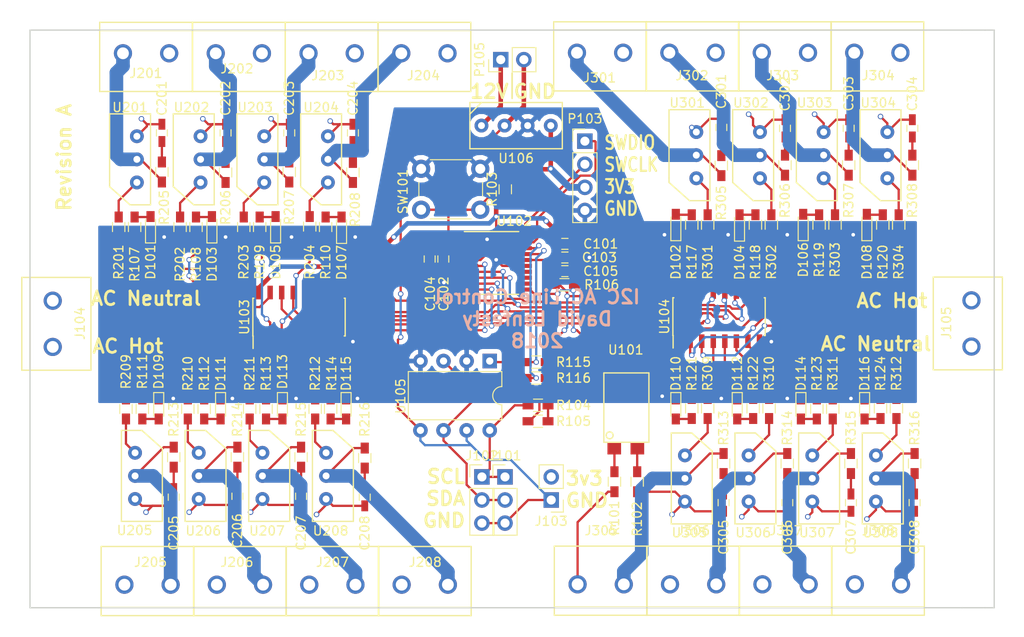
<source format=kicad_pcb>
(kicad_pcb (version 4) (host pcbnew 4.0.7)
  (layers (0 F.Cu signal) (1 In1.Cu power hide) (2 In2.Cu power) (31 B.Cu mixed) (35 F.Paste user) (36 B.SilkS user) (37 F.SilkS user) (39 F.Mask user) (44 Edge.Cuts user))
  (net 0 "")
  (net 1 +3V3)
  (net 2 GND)
  (net 3 AC-N)
  (net 4 "Net-(C201-Pad2)")
  (net 5 "Net-(C202-Pad2)")
  (net 6 "Net-(C203-Pad2)")
  (net 7 "Net-(C204-Pad2)")
  (net 8 "Net-(C205-Pad2)")
  (net 9 "Net-(C206-Pad2)")
  (net 10 "Net-(C207-Pad2)")
  (net 11 "Net-(C208-Pad2)")
  (net 12 "Net-(C301-Pad2)")
  (net 13 "Net-(C302-Pad2)")
  (net 14 "Net-(C303-Pad2)")
  (net 15 "Net-(C304-Pad2)")
  (net 16 "Net-(C305-Pad2)")
  (net 17 "Net-(C306-Pad2)")
  (net 18 "Net-(C307-Pad2)")
  (net 19 "Net-(C308-Pad2)")
  (net 20 /I2C_SCL)
  (net 21 /I2C_SDA)
  (net 22 /STM_SWDIO)
  (net 23 /STM_SWCLK)
  (net 24 /Output-BankA/AC_LOAD-A)
  (net 25 AC-H)
  (net 26 /Output-BankA/AC_LOAD-B)
  (net 27 /Output-BankA/AC_LOAD-C)
  (net 28 /Output-BankA/AC_LOAD-D)
  (net 29 /Output-BankB/AC_LOAD-A)
  (net 30 /Output-BankB/AC_LOAD-B)
  (net 31 /Output-BankB/AC_LOAD-C)
  (net 32 /Output-BankB/AC_LOAD-D)
  (net 33 "Net-(R101-Pad1)")
  (net 34 "Net-(R102-Pad1)")
  (net 35 /STM_~RST)
  (net 36 /ZERO_CROSS)
  (net 37 "Net-(R203-Pad1)")
  (net 38 "Net-(R204-Pad1)")
  (net 39 "Net-(R303-Pad1)")
  (net 40 "Net-(R304-Pad1)")
  (net 41 "Net-(U102-Pad2)")
  (net 42 "Net-(U102-Pad3)")
  (net 43 /Shift_SER)
  (net 44 /Shift_SRCLK)
  (net 45 /Shift_~SRCLR)
  (net 46 /Shift_RCLK)
  (net 47 /Shift_~OE)
  (net 48 "Net-(U102-Pad12)")
  (net 49 "Net-(U102-Pad13)")
  (net 50 "Net-(U102-Pad14)")
  (net 51 "Net-(U103-Pad9)")
  (net 52 "Net-(U104-Pad9)")
  (net 53 "Net-(D101-Pad2)")
  (net 54 "Net-(D103-Pad2)")
  (net 55 "Net-(D105-Pad2)")
  (net 56 "Net-(D107-Pad2)")
  (net 57 /+12V_IN)
  (net 58 /CHAN8)
  (net 59 /CHAN9)
  (net 60 /CHAN10)
  (net 61 /CHAN11)
  (net 62 "Net-(D109-Pad2)")
  (net 63 /CHAN12)
  (net 64 "Net-(D111-Pad2)")
  (net 65 /CHAN13)
  (net 66 "Net-(D113-Pad2)")
  (net 67 /CHAN14)
  (net 68 "Net-(D115-Pad2)")
  (net 69 /CHAN15)
  (net 70 /GND_IN)
  (net 71 /3v_ISO)
  (net 72 /Output-BankA/AC_LOAD-E)
  (net 73 /Output-BankA/AC_LOAD-F)
  (net 74 /Output-BankA/AC_LOAD-G)
  (net 75 /Output-BankA/AC_LOAD-H)
  (net 76 /Output-BankB/AC_LOAD-E)
  (net 77 /Output-BankB/AC_LOAD-F)
  (net 78 /Output-BankB/AC_LOAD-G)
  (net 79 /Output-BankB/AC_LOAD-H)
  (net 80 /3v3_ISO)
  (net 81 /CHAN0)
  (net 82 /CHAN1)
  (net 83 /CHAN2)
  (net 84 /CHAN3)
  (net 85 /CHAN4)
  (net 86 /CHAN5)
  (net 87 /CHAN6)
  (net 88 /CHAN7)
  (net 89 /STM_SCL)
  (net 90 /STM_SDA)
  (net 91 "Net-(R211-Pad1)")
  (net 92 "Net-(R212-Pad1)")
  (net 93 "Net-(R311-Pad1)")
  (net 94 "Net-(R312-Pad1)")
  (net 95 "Net-(R201-Pad1)")
  (net 96 "Net-(R202-Pad1)")
  (net 97 "Net-(R209-Pad1)")
  (net 98 "Net-(R210-Pad1)")
  (net 99 "Net-(R301-Pad1)")
  (net 100 "Net-(R302-Pad1)")
  (net 101 "Net-(R309-Pad1)")
  (net 102 "Net-(R310-Pad1)")
  (net 103 "Net-(D102-Pad2)")
  (net 104 "Net-(D104-Pad2)")
  (net 105 "Net-(D106-Pad2)")
  (net 106 "Net-(D108-Pad2)")
  (net 107 "Net-(D110-Pad2)")
  (net 108 "Net-(D112-Pad2)")
  (net 109 "Net-(D114-Pad2)")
  (net 110 "Net-(D116-Pad2)")
  (module Capacitors_SMD:C_0603_HandSoldering (layer F.Cu) (at 133.3 98.25)
    (fp_text reference C101 (at 3.95 0) (layer F.SilkS))
    (fp_text value 100nF)
    (pad 1 smd rect (at -0.95 0) (size 1.2 0.75) (layers F.Cu F.Paste F.Mask) (net 1 +3V3))
    (pad 2 smd rect (at 0.95 0) (size 1.2 0.75) (layers F.Cu F.Paste F.Mask) (net 2 GND))
  )
  (module Capacitors_SMD:C_0603_HandSoldering (layer F.Cu) (at 119.937362 99.91627 270)
    (fp_text reference C102 (at 3.83373 -0.05 270) (layer F.SilkS))
    (fp_text value 10nF)
    (pad 1 smd rect (at -0.95 0 270) (size 1.2 0.75) (layers F.Cu F.Paste F.Mask) (net 1 +3V3))
    (pad 2 smd rect (at 0.95 0 270) (size 1.2 0.75) (layers F.Cu F.Paste F.Mask) (net 2 GND))
  )
  (module Capacitors_SMD:C_0603_HandSoldering (layer F.Cu) (at 133.3 99.75)
    (fp_text reference C103 (at 3.8 0) (layer F.SilkS))
    (fp_text value 100nF hide)
    (pad 1 smd rect (at -0.95 0) (size 1.2 0.75) (layers F.Cu F.Paste F.Mask) (net 1 +3V3))
    (pad 2 smd rect (at 0.95 0) (size 1.2 0.75) (layers F.Cu F.Paste F.Mask) (net 2 GND))
  )
  (module Capacitors_SMD:C_0603_HandSoldering (layer F.Cu) (at 118.437362 99.91627 270)
    (fp_text reference C104 (at 3.83373 -0.062638 270) (layer F.SilkS))
    (fp_text value 1uF)
    (pad 1 smd rect (at -0.95 0 270) (size 1.2 0.75) (layers F.Cu F.Paste F.Mask) (net 1 +3V3))
    (pad 2 smd rect (at 0.95 0 270) (size 1.2 0.75) (layers F.Cu F.Paste F.Mask) (net 2 GND))
  )
  (module Capacitors_SMD:C_0603_HandSoldering (layer F.Cu) (at 133.3 101.25)
    (fp_text reference C105 (at 3.95 0) (layer F.SilkS))
    (fp_text value 4.7uF)
    (pad 1 smd rect (at -0.95 0) (size 1.2 0.75) (layers F.Cu F.Paste F.Mask) (net 1 +3V3))
    (pad 2 smd rect (at 0.95 0) (size 1.2 0.75) (layers F.Cu F.Paste F.Mask) (net 2 GND))
  )
  (module Capacitors_SMD:C_0603_HandSoldering (layer F.Cu) (at 89 86.05 270)
    (fp_text reference C201 (at -3.8 0 270) (layer F.SilkS))
    (fp_text value 22n)
    (pad 1 smd rect (at -0.95 0 270) (size 1.2 0.75) (layers F.Cu F.Paste F.Mask) (net 3 AC-N))
    (pad 2 smd rect (at 0.95 0 270) (size 1.2 0.75) (layers F.Cu F.Paste F.Mask) (net 4 "Net-(C201-Pad2)"))
  )
  (module Capacitors_SMD:C_0603_HandSoldering (layer F.Cu) (at 96 86.05 270)
    (fp_text reference C202 (at -3.8 0 270) (layer F.SilkS))
    (fp_text value 22n)
    (pad 1 smd rect (at -0.95 0 270) (size 1.2 0.75) (layers F.Cu F.Paste F.Mask) (net 3 AC-N))
    (pad 2 smd rect (at 0.95 0 270) (size 1.2 0.75) (layers F.Cu F.Paste F.Mask) (net 5 "Net-(C202-Pad2)"))
  )
  (module Capacitors_SMD:C_0603_HandSoldering (layer F.Cu) (at 103 86.05 270)
    (fp_text reference C203 (at -3.8 0 270) (layer F.SilkS))
    (fp_text value 22n)
    (pad 1 smd rect (at -0.95 0 270) (size 1.2 0.75) (layers F.Cu F.Paste F.Mask) (net 3 AC-N))
    (pad 2 smd rect (at 0.95 0 270) (size 1.2 0.75) (layers F.Cu F.Paste F.Mask) (net 6 "Net-(C203-Pad2)"))
  )
  (module Capacitors_SMD:C_0603_HandSoldering (layer F.Cu) (at 110 86.05 270)
    (fp_text reference C204 (at -3.8 0 270) (layer F.SilkS))
    (fp_text value 22n)
    (pad 1 smd rect (at -0.95 0 270) (size 1.2 0.75) (layers F.Cu F.Paste F.Mask) (net 3 AC-N))
    (pad 2 smd rect (at 0.95 0 270) (size 1.2 0.75) (layers F.Cu F.Paste F.Mask) (net 7 "Net-(C204-Pad2)"))
  )
  (module Capacitors_SMD:C_0603_HandSoldering (layer F.Cu) (at 90.3 126.1 90)
    (fp_text reference C205 (at -3.95 0 90) (layer F.SilkS))
    (fp_text value 22n)
    (pad 1 smd rect (at -0.95 0 90) (size 1.2 0.75) (layers F.Cu F.Paste F.Mask) (net 3 AC-N))
    (pad 2 smd rect (at 0.95 0 90) (size 1.2 0.75) (layers F.Cu F.Paste F.Mask) (net 8 "Net-(C205-Pad2)"))
  )
  (module Capacitors_SMD:C_0603_HandSoldering (layer F.Cu) (at 97.3 126 90)
    (fp_text reference C206 (at -3.8 0 90) (layer F.SilkS))
    (fp_text value 22n)
    (pad 1 smd rect (at -0.95 0 90) (size 1.2 0.75) (layers F.Cu F.Paste F.Mask) (net 3 AC-N))
    (pad 2 smd rect (at 0.95 0 90) (size 1.2 0.75) (layers F.Cu F.Paste F.Mask) (net 9 "Net-(C206-Pad2)"))
  )
  (module Capacitors_SMD:C_0603_HandSoldering (layer F.Cu) (at 104.3 126 90)
    (fp_text reference C207 (at -4.05 0 90) (layer F.SilkS))
    (fp_text value 22n)
    (pad 1 smd rect (at -0.95 0 90) (size 1.2 0.75) (layers F.Cu F.Paste F.Mask) (net 3 AC-N))
    (pad 2 smd rect (at 0.95 0 90) (size 1.2 0.75) (layers F.Cu F.Paste F.Mask) (net 10 "Net-(C207-Pad2)"))
  )
  (module Capacitors_SMD:C_0603_HandSoldering (layer F.Cu) (at 111.3 126.1 90)
    (fp_text reference C208 (at -3.95 0 90) (layer F.SilkS))
    (fp_text value 22n)
    (pad 1 smd rect (at -0.95 0 90) (size 1.2 0.75) (layers F.Cu F.Paste F.Mask) (net 3 AC-N))
    (pad 2 smd rect (at 0.95 0 90) (size 1.2 0.75) (layers F.Cu F.Paste F.Mask) (net 11 "Net-(C208-Pad2)"))
  )
  (module Capacitors_SMD:C_0603_HandSoldering (layer F.Cu) (at 150.5 85.45 270)
    (fp_text reference C301 (at -3.95 0 270) (layer F.SilkS))
    (fp_text value 22n)
    (pad 1 smd rect (at -0.95 0 270) (size 1.2 0.75) (layers F.Cu F.Paste F.Mask) (net 3 AC-N))
    (pad 2 smd rect (at 0.95 0 270) (size 1.2 0.75) (layers F.Cu F.Paste F.Mask) (net 12 "Net-(C301-Pad2)"))
  )
  (module Capacitors_SMD:C_0603_HandSoldering (layer F.Cu) (at 157.5 85.55 270)
    (fp_text reference C302 (at -3.8 0 270) (layer F.SilkS))
    (fp_text value 22n)
    (pad 1 smd rect (at -0.95 0 270) (size 1.2 0.75) (layers F.Cu F.Paste F.Mask) (net 3 AC-N))
    (pad 2 smd rect (at 0.95 0 270) (size 1.2 0.75) (layers F.Cu F.Paste F.Mask) (net 13 "Net-(C302-Pad2)"))
  )
  (module Capacitors_SMD:C_0603_HandSoldering (layer F.Cu) (at 164.5 85.55 270)
    (fp_text reference C303 (at -3.8 0 270) (layer F.SilkS))
    (fp_text value 22n)
    (pad 1 smd rect (at -0.95 0 270) (size 1.2 0.75) (layers F.Cu F.Paste F.Mask) (net 3 AC-N))
    (pad 2 smd rect (at 0.95 0 270) (size 1.2 0.75) (layers F.Cu F.Paste F.Mask) (net 14 "Net-(C303-Pad2)"))
  )
  (module Capacitors_SMD:C_0603_HandSoldering (layer F.Cu) (at 171.5 85.55 270)
    (fp_text reference C304 (at -3.8 0 270) (layer F.SilkS))
    (fp_text value 22n)
    (pad 1 smd rect (at -0.95 0 270) (size 1.2 0.75) (layers F.Cu F.Paste F.Mask) (net 3 AC-N))
    (pad 2 smd rect (at 0.95 0 270) (size 1.2 0.75) (layers F.Cu F.Paste F.Mask) (net 15 "Net-(C304-Pad2)"))
  )
  (module Capacitors_SMD:C_0603_HandSoldering (layer F.Cu) (at 150.75 126.7 90)
    (fp_text reference C305 (at -3.8 0 90) (layer F.SilkS))
    (fp_text value 22n)
    (pad 1 smd rect (at -0.95 0 90) (size 1.2 0.75) (layers F.Cu F.Paste F.Mask) (net 3 AC-N))
    (pad 2 smd rect (at 0.95 0 90) (size 1.2 0.75) (layers F.Cu F.Paste F.Mask) (net 16 "Net-(C305-Pad2)"))
  )
  (module Capacitors_SMD:C_0603_HandSoldering (layer F.Cu) (at 157.75 126.7 90)
    (fp_text reference C306 (at -3.8 0 90) (layer F.SilkS))
    (fp_text value 22n)
    (pad 1 smd rect (at -0.95 0 90) (size 1.2 0.75) (layers F.Cu F.Paste F.Mask) (net 3 AC-N))
    (pad 2 smd rect (at 0.95 0 90) (size 1.2 0.75) (layers F.Cu F.Paste F.Mask) (net 17 "Net-(C306-Pad2)"))
  )
  (module Capacitors_SMD:C_0603_HandSoldering (layer F.Cu) (at 164.75 126.7 90)
    (fp_text reference C307 (at -3.8 0 90) (layer F.SilkS))
    (fp_text value 22n)
    (pad 1 smd rect (at -0.95 0 90) (size 1.2 0.75) (layers F.Cu F.Paste F.Mask) (net 3 AC-N))
    (pad 2 smd rect (at 0.95 0 90) (size 1.2 0.75) (layers F.Cu F.Paste F.Mask) (net 18 "Net-(C307-Pad2)"))
  )
  (module Capacitors_SMD:C_0603_HandSoldering (layer F.Cu) (at 171.75 126.7 90)
    (fp_text reference C308 (at -3.8 0 90) (layer F.SilkS))
    (fp_text value 22n)
    (pad 1 smd rect (at -0.95 0 90) (size 1.2 0.75) (layers F.Cu F.Paste F.Mask) (net 3 AC-N))
    (pad 2 smd rect (at 0.95 0 90) (size 1.2 0.75) (layers F.Cu F.Paste F.Mask) (net 19 "Net-(C308-Pad2)"))
  )
  (module LEDs:LED_0603_HandSoldering (layer F.Cu) (at 87.75 96.35 90)
    (fp_text reference D101 (at -3.9 0 90) (layer F.SilkS))
    (fp_text value LED)
    (pad 1 smd rect (at -1.1 0 90) (size 1.2 0.9) (layers F.Cu F.Paste F.Mask) (net 2 GND))
    (pad 2 smd rect (at 1.1 0 90) (size 1.2 0.9) (layers F.Cu F.Paste F.Mask) (net 53 "Net-(D101-Pad2)"))
  )
  (module LEDs:LED_0603_HandSoldering (layer F.Cu) (at 145.5 96.1 90)
    (fp_text reference D102 (at -4.15 0 90) (layer F.SilkS))
    (fp_text value LED)
    (pad 1 smd rect (at -1.1 0 90) (size 1.2 0.9) (layers F.Cu F.Paste F.Mask) (net 2 GND))
    (pad 2 smd rect (at 1.1 0 90) (size 1.2 0.9) (layers F.Cu F.Paste F.Mask) (net 103 "Net-(D102-Pad2)"))
  )
  (module LEDs:LED_0603_HandSoldering (layer F.Cu) (at 94.5 96.35 90)
    (fp_text reference D103 (at -4.15 0 90) (layer F.SilkS))
    (fp_text value LED)
    (pad 1 smd rect (at -1.1 0 90) (size 1.2 0.9) (layers F.Cu F.Paste F.Mask) (net 2 GND))
    (pad 2 smd rect (at 1.1 0 90) (size 1.2 0.9) (layers F.Cu F.Paste F.Mask) (net 54 "Net-(D103-Pad2)"))
  )
  (module LEDs:LED_0603_HandSoldering (layer F.Cu) (at 152.5 96.15 90)
    (fp_text reference D104 (at -4.15 0 90) (layer F.SilkS))
    (fp_text value LED)
    (pad 1 smd rect (at -1.1 0 90) (size 1.2 0.9) (layers F.Cu F.Paste F.Mask) (net 2 GND))
    (pad 2 smd rect (at 1.1 0 90) (size 1.2 0.9) (layers F.Cu F.Paste F.Mask) (net 104 "Net-(D104-Pad2)"))
  )
  (module LEDs:LED_0603_HandSoldering (layer F.Cu) (at 101.5 96.35 90)
    (fp_text reference D105 (at -3.9 0 90) (layer F.SilkS))
    (fp_text value LED)
    (pad 1 smd rect (at -1.1 0 90) (size 1.2 0.9) (layers F.Cu F.Paste F.Mask) (net 2 GND))
    (pad 2 smd rect (at 1.1 0 90) (size 1.2 0.9) (layers F.Cu F.Paste F.Mask) (net 55 "Net-(D105-Pad2)"))
  )
  (module LEDs:LED_0603_HandSoldering (layer F.Cu) (at 159.5 96.1 90)
    (fp_text reference D106 (at -3.9 0 90) (layer F.SilkS))
    (fp_text value LED)
    (pad 1 smd rect (at -1.1 0 90) (size 1.2 0.9) (layers F.Cu F.Paste F.Mask) (net 2 GND))
    (pad 2 smd rect (at 1.1 0 90) (size 1.2 0.9) (layers F.Cu F.Paste F.Mask) (net 105 "Net-(D106-Pad2)"))
  )
  (module LEDs:LED_0603_HandSoldering (layer F.Cu) (at 108.75 96.4 90)
    (fp_text reference D107 (at -3.9 0 90) (layer F.SilkS))
    (fp_text value LED)
    (pad 1 smd rect (at -1.1 0 90) (size 1.2 0.9) (layers F.Cu F.Paste F.Mask) (net 2 GND))
    (pad 2 smd rect (at 1.1 0 90) (size 1.2 0.9) (layers F.Cu F.Paste F.Mask) (net 56 "Net-(D107-Pad2)"))
  )
  (module LEDs:LED_0603_HandSoldering (layer F.Cu) (at 166.5 96.1 90)
    (fp_text reference D108 (at -4.15 0 90) (layer F.SilkS))
    (fp_text value LED)
    (pad 1 smd rect (at -1.1 0 90) (size 1.2 0.9) (layers F.Cu F.Paste F.Mask) (net 2 GND))
    (pad 2 smd rect (at 1.1 0 90) (size 1.2 0.9) (layers F.Cu F.Paste F.Mask) (net 106 "Net-(D108-Pad2)"))
  )
  (module LEDs:LED_0603_HandSoldering (layer F.Cu) (at 88.65 116.4 270)
    (fp_text reference D109 (at -4.1 0 270) (layer F.SilkS))
    (fp_text value LED)
    (pad 1 smd rect (at -1.1 0 270) (size 1.2 0.9) (layers F.Cu F.Paste F.Mask) (net 2 GND))
    (pad 2 smd rect (at 1.1 0 270) (size 1.2 0.9) (layers F.Cu F.Paste F.Mask) (net 62 "Net-(D109-Pad2)"))
  )
  (module LEDs:LED_0603_HandSoldering (layer F.Cu) (at 145.5 116.4 270)
    (fp_text reference D110 (at -3.9 0 270) (layer F.SilkS))
    (fp_text value LED)
    (pad 1 smd rect (at -1.1 0 270) (size 1.2 0.9) (layers F.Cu F.Paste F.Mask) (net 2 GND))
    (pad 2 smd rect (at 1.1 0 270) (size 1.2 0.9) (layers F.Cu F.Paste F.Mask) (net 107 "Net-(D110-Pad2)"))
  )
  (module LEDs:LED_0603_HandSoldering (layer F.Cu) (at 95.45 116.4 270)
    (fp_text reference D111 (at -3.9 0 270) (layer F.SilkS))
    (fp_text value LED)
    (pad 1 smd rect (at -1.1 0 270) (size 1.2 0.9) (layers F.Cu F.Paste F.Mask) (net 2 GND))
    (pad 2 smd rect (at 1.1 0 270) (size 1.2 0.9) (layers F.Cu F.Paste F.Mask) (net 64 "Net-(D111-Pad2)"))
  )
  (module LEDs:LED_0603_HandSoldering (layer F.Cu) (at 152.25 116.4 270)
    (fp_text reference D112 (at -3.9 0 270) (layer F.SilkS))
    (fp_text value LED)
    (pad 1 smd rect (at -1.1 0 270) (size 1.2 0.9) (layers F.Cu F.Paste F.Mask) (net 2 GND))
    (pad 2 smd rect (at 1.1 0 270) (size 1.2 0.9) (layers F.Cu F.Paste F.Mask) (net 108 "Net-(D112-Pad2)"))
  )
  (module LEDs:LED_0603_HandSoldering (layer F.Cu) (at 102.25 116.4 270)
    (fp_text reference D113 (at -4.1 0 270) (layer F.SilkS))
    (fp_text value LED)
    (pad 1 smd rect (at -1.1 0 270) (size 1.2 0.9) (layers F.Cu F.Paste F.Mask) (net 2 GND))
    (pad 2 smd rect (at 1.1 0 270) (size 1.2 0.9) (layers F.Cu F.Paste F.Mask) (net 66 "Net-(D113-Pad2)"))
  )
  (module LEDs:LED_0603_HandSoldering (layer F.Cu) (at 159.25 116.4 270)
    (fp_text reference D114 (at -3.9 0 270) (layer F.SilkS))
    (fp_text value LED)
    (pad 1 smd rect (at -1.1 0 270) (size 1.2 0.9) (layers F.Cu F.Paste F.Mask) (net 2 GND))
    (pad 2 smd rect (at 1.1 0 270) (size 1.2 0.9) (layers F.Cu F.Paste F.Mask) (net 109 "Net-(D114-Pad2)"))
  )
  (module LEDs:LED_0603_HandSoldering (layer F.Cu) (at 109.25 116.4 270)
    (fp_text reference D115 (at -3.9 0 270) (layer F.SilkS))
    (fp_text value LED)
    (pad 1 smd rect (at -1.1 0 270) (size 1.2 0.9) (layers F.Cu F.Paste F.Mask) (net 2 GND))
    (pad 2 smd rect (at 1.1 0 270) (size 1.2 0.9) (layers F.Cu F.Paste F.Mask) (net 68 "Net-(D115-Pad2)"))
  )
  (module LEDs:LED_0603_HandSoldering (layer F.Cu) (at 166.25 116.4 270)
    (fp_text reference D116 (at -3.9 0 270) (layer F.SilkS))
    (fp_text value LED)
    (pad 1 smd rect (at -1.1 0 270) (size 1.2 0.9) (layers F.Cu F.Paste F.Mask) (net 2 GND))
    (pad 2 smd rect (at 1.1 0 270) (size 1.2 0.9) (layers F.Cu F.Paste F.Mask) (net 110 "Net-(D116-Pad2)"))
  )
  (module Pin_Headers:Pin_Header_Straight_1x03_Pitch2.54mm (layer F.Cu) (at 126.72 123.87)
    (fp_text reference J101 (at 0 -2.33) (layer F.SilkS))
    (fp_text value Conn_01x03 hide)
    (pad 1 thru_hole rect (at 0 0) (size 1.7 1.7) (drill 1) (layers *.Cu *.Mask) (net 20 /I2C_SCL))
    (pad 2 thru_hole oval (at 0 2.54) (size 1.7 1.7) (drill 1) (layers *.Cu *.Mask) (net 21 /I2C_SDA))
    (pad 3 thru_hole oval (at 0 5.08) (size 1.7 1.7) (drill 1) (layers *.Cu *.Mask) (net 70 /GND_IN))
  )
  (module Pin_Headers:Pin_Header_Straight_1x03_Pitch2.54mm (layer F.Cu) (at 124.18 123.87)
    (fp_text reference J102 (at 0 -2.33) (layer F.SilkS))
    (fp_text value Conn_01x03 hide)
    (pad 1 thru_hole rect (at 0 0) (size 1.7 1.7) (drill 1) (layers *.Cu *.Mask) (net 20 /I2C_SCL))
    (pad 2 thru_hole oval (at 0 2.54) (size 1.7 1.7) (drill 1) (layers *.Cu *.Mask) (net 21 /I2C_SDA))
    (pad 3 thru_hole oval (at 0 5.08) (size 1.7 1.7) (drill 1) (layers *.Cu *.Mask) (net 70 /GND_IN))
  )
  (module Pin_Headers:Pin_Header_Straight_1x02_Pitch2.54mm (layer F.Cu) (at 131.8 126.41 180)
    (fp_text reference J103 (at 0 -2.33 180) (layer F.SilkS))
    (fp_text value Conn_01x02 hide)
    (pad 1 thru_hole rect (at 0 0 180) (size 1.7 1.7) (drill 1) (layers *.Cu *.Mask) (net 70 /GND_IN))
    (pad 2 thru_hole oval (at 0 2.54 180) (size 1.7 1.7) (drill 1) (layers *.Cu *.Mask) (net 71 /3v_ISO))
  )
  (module Connectors_OnShore:OSTTC022162 (layer F.Cu) (at 87.26 77.3)
    (fp_text reference J201 (at -0.01 2.2) (layer F.SilkS))
    (fp_text value Conn_01x02)
    (pad 1 thru_hole circle (at -2.54 0) (size 2 2) (drill 1.3) (layers *.Cu *.Mask) (net 24 /Output-BankA/AC_LOAD-A))
    (pad 2 thru_hole circle (at 2.54 0) (size 2 2) (drill 1.3) (layers *.Cu *.Mask) (net 25 AC-H))
  )
  (module Connectors_OnShore:OSTTC022162 (layer F.Cu) (at 97.46 77.3)
    (fp_text reference J202 (at -0.21 1.7) (layer F.SilkS))
    (fp_text value Conn_01x02)
    (pad 1 thru_hole circle (at -2.54 0) (size 2 2) (drill 1.3) (layers *.Cu *.Mask) (net 26 /Output-BankA/AC_LOAD-B))
    (pad 2 thru_hole circle (at 2.54 0) (size 2 2) (drill 1.3) (layers *.Cu *.Mask) (net 25 AC-H))
  )
  (module Connectors_OnShore:OSTTC022162 (layer F.Cu) (at 107.66 77.3)
    (fp_text reference J203 (at -0.41 2.45) (layer F.SilkS))
    (fp_text value Conn_01x02)
    (pad 1 thru_hole circle (at -2.54 0) (size 2 2) (drill 1.3) (layers *.Cu *.Mask) (net 27 /Output-BankA/AC_LOAD-C))
    (pad 2 thru_hole circle (at 2.54 0) (size 2 2) (drill 1.3) (layers *.Cu *.Mask) (net 25 AC-H))
  )
  (module Connectors_OnShore:OSTTC022162 (layer F.Cu) (at 117.86 77.3)
    (fp_text reference J204 (at -0.11 2.45) (layer F.SilkS))
    (fp_text value Conn_01x02)
    (pad 1 thru_hole circle (at -2.54 0) (size 2 2) (drill 1.3) (layers *.Cu *.Mask) (net 28 /Output-BankA/AC_LOAD-D))
    (pad 2 thru_hole circle (at 2.54 0) (size 2 2) (drill 1.3) (layers *.Cu *.Mask) (net 25 AC-H))
  )
  (module Connectors_OnShore:OSTTC022162 (layer F.Cu) (at 87.42 135.72 180)
    (fp_text reference J205 (at -0.33 2.47 180) (layer F.SilkS))
    (fp_text value Conn_01x02)
    (pad 1 thru_hole circle (at -2.54 0 180) (size 2 2) (drill 1.3) (layers *.Cu *.Mask) (net 72 /Output-BankA/AC_LOAD-E))
    (pad 2 thru_hole circle (at 2.54 0 180) (size 2 2) (drill 1.3) (layers *.Cu *.Mask) (net 25 AC-H))
  )
  (module Connectors_OnShore:OSTTC022162 (layer F.Cu) (at 97.58 135.72 180)
    (fp_text reference J206 (at 0.33 2.47 180) (layer F.SilkS))
    (fp_text value Conn_01x02)
    (pad 1 thru_hole circle (at -2.54 0 180) (size 2 2) (drill 1.3) (layers *.Cu *.Mask) (net 73 /Output-BankA/AC_LOAD-F))
    (pad 2 thru_hole circle (at 2.54 0 180) (size 2 2) (drill 1.3) (layers *.Cu *.Mask) (net 25 AC-H))
  )
  (module Connectors_OnShore:OSTTC022162 (layer F.Cu) (at 107.74 135.72 180)
    (fp_text reference J207 (at -0.01 2.47 180) (layer F.SilkS))
    (fp_text value Conn_01x02)
    (pad 1 thru_hole circle (at -2.54 0 180) (size 2 2) (drill 1.3) (layers *.Cu *.Mask) (net 74 /Output-BankA/AC_LOAD-G))
    (pad 2 thru_hole circle (at 2.54 0 180) (size 2 2) (drill 1.3) (layers *.Cu *.Mask) (net 25 AC-H))
  )
  (module Connectors_OnShore:OSTTC022162 (layer F.Cu) (at 117.9 135.72 180)
    (fp_text reference J208 (at -0.05 2.47 180) (layer F.SilkS))
    (fp_text value Conn_01x02)
    (pad 1 thru_hole circle (at -2.54 0 180) (size 2 2) (drill 1.3) (layers *.Cu *.Mask) (net 75 /Output-BankA/AC_LOAD-H))
    (pad 2 thru_hole circle (at 2.54 0 180) (size 2 2) (drill 1.3) (layers *.Cu *.Mask) (net 25 AC-H))
  )
  (module Connectors_OnShore:OSTTC022162 (layer F.Cu) (at 137.17 77.24)
    (fp_text reference J301 (at -0.05 2.76) (layer F.SilkS))
    (fp_text value Conn_01x02)
    (pad 1 thru_hole circle (at -2.54 0) (size 2 2) (drill 1.3) (layers *.Cu *.Mask) (net 29 /Output-BankB/AC_LOAD-A))
    (pad 2 thru_hole circle (at 2.54 0) (size 2 2) (drill 1.3) (layers *.Cu *.Mask) (net 25 AC-H))
  )
  (module Connectors_OnShore:OSTTC022162 (layer F.Cu) (at 147.33 77.24)
    (fp_text reference J302 (at -0.05 2.51) (layer F.SilkS))
    (fp_text value Conn_01x02)
    (pad 1 thru_hole circle (at -2.54 0) (size 2 2) (drill 1.3) (layers *.Cu *.Mask) (net 30 /Output-BankB/AC_LOAD-B))
    (pad 2 thru_hole circle (at 2.54 0) (size 2 2) (drill 1.3) (layers *.Cu *.Mask) (net 25 AC-H))
  )
  (module Connectors_OnShore:OSTTC022162 (layer F.Cu) (at 157.49 77.24)
    (fp_text reference J303 (at -0.24 2.51) (layer F.SilkS))
    (fp_text value Conn_01x02)
    (pad 1 thru_hole circle (at -2.54 0) (size 2 2) (drill 1.3) (layers *.Cu *.Mask) (net 31 /Output-BankB/AC_LOAD-C))
    (pad 2 thru_hole circle (at 2.54 0) (size 2 2) (drill 1.3) (layers *.Cu *.Mask) (net 25 AC-H))
  )
  (module Connectors_OnShore:OSTTC022162 (layer F.Cu) (at 167.65 77.24)
    (fp_text reference J304 (at 0.1 2.51) (layer F.SilkS))
    (fp_text value Conn_01x02)
    (pad 1 thru_hole circle (at -2.54 0) (size 2 2) (drill 1.3) (layers *.Cu *.Mask) (net 32 /Output-BankB/AC_LOAD-D))
    (pad 2 thru_hole circle (at 2.54 0) (size 2 2) (drill 1.3) (layers *.Cu *.Mask) (net 25 AC-H))
  )
  (module Connectors_OnShore:OSTTC022162 (layer F.Cu) (at 137.24 135.68 180)
    (fp_text reference J305 (at -0.05 5.9 180) (layer F.SilkS))
    (fp_text value Conn_01x02)
    (pad 1 thru_hole circle (at -2.54 0 180) (size 2 2) (drill 1.3) (layers *.Cu *.Mask) (net 76 /Output-BankB/AC_LOAD-E))
    (pad 2 thru_hole circle (at 2.54 0 180) (size 2 2) (drill 1.3) (layers *.Cu *.Mask) (net 25 AC-H))
  )
  (module Connectors_OnShore:OSTTC022162 (layer F.Cu) (at 147.4 135.68 180)
    (fp_text reference J306 (at -0.05 5.9 180) (layer F.SilkS))
    (fp_text value Conn_01x02)
    (pad 1 thru_hole circle (at -2.54 0 180) (size 2 2) (drill 1.3) (layers *.Cu *.Mask) (net 77 /Output-BankB/AC_LOAD-F))
    (pad 2 thru_hole circle (at 2.54 0 180) (size 2 2) (drill 1.3) (layers *.Cu *.Mask) (net 25 AC-H))
  )
  (module Connectors_OnShore:OSTTC022162 (layer F.Cu) (at 157.56 135.68 180)
    (fp_text reference J307 (at -0.05 5.9 180) (layer F.SilkS))
    (fp_text value Conn_01x02)
    (pad 1 thru_hole circle (at -2.54 0 180) (size 2 2) (drill 1.3) (layers *.Cu *.Mask) (net 78 /Output-BankB/AC_LOAD-G))
    (pad 2 thru_hole circle (at 2.54 0 180) (size 2 2) (drill 1.3) (layers *.Cu *.Mask) (net 25 AC-H))
  )
  (module Connectors_OnShore:OSTTC022162 (layer F.Cu) (at 167.72 135.68 180)
    (fp_text reference J308 (at -0.05 5.9 180) (layer F.SilkS))
    (fp_text value Conn_01x02)
    (pad 1 thru_hole circle (at -2.54 0 180) (size 2 2) (drill 1.3) (layers *.Cu *.Mask) (net 79 /Output-BankB/AC_LOAD-H))
    (pad 2 thru_hole circle (at 2.54 0 180) (size 2 2) (drill 1.3) (layers *.Cu *.Mask) (net 25 AC-H))
  )
  (module Pin_Headers:Pin_Header_Straight_1x02_Pitch2.54mm (layer F.Cu) (at 126.25 78 90)
    (fp_text reference P105 (at 0 -2.33 90) (layer F.SilkS))
    (fp_text value CONN_01X02)
    (pad 1 thru_hole rect (at 0 0 90) (size 1.7 1.7) (drill 1) (layers *.Cu *.Mask) (net 57 /+12V_IN))
    (pad 2 thru_hole oval (at 0 2.54 90) (size 1.7 1.7) (drill 1) (layers *.Cu *.Mask) (net 70 /GND_IN))
  )
  (module Resistors_SMD:R_0603_HandSoldering (layer F.Cu) (at 138.75 124.4 270)
    (fp_text reference R101 (at 4 0 270) (layer F.SilkS))
    (fp_text value 16K)
    (pad 1 smd rect (at -1.1 0 270) (size 1.2 0.9) (layers F.Cu F.Paste F.Mask) (net 33 "Net-(R101-Pad1)"))
    (pad 2 smd rect (at 1.1 0 270) (size 1.2 0.9) (layers F.Cu F.Paste F.Mask) (net 25 AC-H))
  )
  (module Resistors_SMD:R_0603_HandSoldering (layer F.Cu) (at 141.25 124.4 270)
    (fp_text reference R102 (at 4.1 0 270) (layer F.SilkS))
    (fp_text value 16K)
    (pad 1 smd rect (at -1.1 0 270) (size 1.2 0.9) (layers F.Cu F.Paste F.Mask) (net 34 "Net-(R102-Pad1)"))
    (pad 2 smd rect (at 1.1 0 270) (size 1.2 0.9) (layers F.Cu F.Paste F.Mask) (net 3 AC-N))
  )
  (module Resistors_SMD:R_0603_HandSoldering (layer F.Cu) (at 126.75 92.25 90)
    (fp_text reference R103 (at 0 -1.45 90) (layer F.SilkS))
    (fp_text value 16K)
    (pad 1 smd rect (at -1.1 0 90) (size 1.2 0.9) (layers F.Cu F.Paste F.Mask) (net 1 +3V3))
    (pad 2 smd rect (at 1.1 0 90) (size 1.2 0.9) (layers F.Cu F.Paste F.Mask) (net 35 /STM_~RST))
  )
  (module Resistors_SMD:R_0603_HandSoldering (layer F.Cu) (at 130.35 116 180)
    (fp_text reference R104 (at -3.9 0 180) (layer F.SilkS))
    (fp_text value 2K)
    (pad 1 smd rect (at -1.1 0 180) (size 1.2 0.9) (layers F.Cu F.Paste F.Mask) (net 80 /3v3_ISO))
    (pad 2 smd rect (at 1.1 0 180) (size 1.2 0.9) (layers F.Cu F.Paste F.Mask) (net 20 /I2C_SCL))
  )
  (module Resistors_SMD:R_0603_HandSoldering (layer F.Cu) (at 130.35 117.75 180)
    (fp_text reference R105 (at -3.9 0 180) (layer F.SilkS))
    (fp_text value 2K)
    (pad 1 smd rect (at -1.1 0 180) (size 1.2 0.9) (layers F.Cu F.Paste F.Mask) (net 80 /3v3_ISO))
    (pad 2 smd rect (at 1.1 0 180) (size 1.2 0.9) (layers F.Cu F.Paste F.Mask) (net 21 /I2C_SDA))
  )
  (module Resistors_SMD:R_0603_HandSoldering (layer F.Cu) (at 133.25 102.75)
    (fp_text reference R106 (at 4.1 0) (layer F.SilkS))
    (fp_text value 2K)
    (pad 1 smd rect (at -1.1 0) (size 1.2 0.9) (layers F.Cu F.Paste F.Mask) (net 1 +3V3))
    (pad 2 smd rect (at 1.1 0) (size 1.2 0.9) (layers F.Cu F.Paste F.Mask) (net 36 /ZERO_CROSS))
  )
  (module Resistors_SMD:R_0603_HandSoldering (layer F.Cu) (at 86 96.4 270)
    (fp_text reference R107 (at 4.1 0 270) (layer F.SilkS))
    (fp_text value 160)
    (pad 1 smd rect (at -1.1 0 270) (size 1.2 0.9) (layers F.Cu F.Paste F.Mask) (net 53 "Net-(D101-Pad2)"))
    (pad 2 smd rect (at 1.1 0 270) (size 1.2 0.9) (layers F.Cu F.Paste F.Mask) (net 81 /CHAN0))
  )
  (module Resistors_SMD:R_0603_HandSoldering (layer F.Cu) (at 92.75 96.4 270)
    (fp_text reference R108 (at 4.1 0 270) (layer F.SilkS))
    (fp_text value 160)
    (pad 1 smd rect (at -1.1 0 270) (size 1.2 0.9) (layers F.Cu F.Paste F.Mask) (net 54 "Net-(D103-Pad2)"))
    (pad 2 smd rect (at 1.1 0 270) (size 1.2 0.9) (layers F.Cu F.Paste F.Mask) (net 82 /CHAN1))
  )
  (module Resistors_SMD:R_0603_HandSoldering (layer F.Cu) (at 99.75 96.4 270)
    (fp_text reference R109 (at 3.85 0 270) (layer F.SilkS))
    (fp_text value 160)
    (pad 1 smd rect (at -1.1 0 270) (size 1.2 0.9) (layers F.Cu F.Paste F.Mask) (net 55 "Net-(D105-Pad2)"))
    (pad 2 smd rect (at 1.1 0 270) (size 1.2 0.9) (layers F.Cu F.Paste F.Mask) (net 83 /CHAN2))
  )
  (module Resistors_SMD:R_0603_HandSoldering (layer F.Cu) (at 107 96.4 270)
    (fp_text reference R110 (at 3.85 0 270) (layer F.SilkS))
    (fp_text value 160)
    (pad 1 smd rect (at -1.1 0 270) (size 1.2 0.9) (layers F.Cu F.Paste F.Mask) (net 56 "Net-(D107-Pad2)"))
    (pad 2 smd rect (at 1.1 0 270) (size 1.2 0.9) (layers F.Cu F.Paste F.Mask) (net 84 /CHAN3))
  )
  (module Resistors_SMD:R_0603_HandSoldering (layer F.Cu) (at 86.85 116.4 90)
    (fp_text reference R111 (at 4.1 0 90) (layer F.SilkS))
    (fp_text value 160)
    (pad 1 smd rect (at -1.1 0 90) (size 1.2 0.9) (layers F.Cu F.Paste F.Mask) (net 62 "Net-(D109-Pad2)"))
    (pad 2 smd rect (at 1.1 0 90) (size 1.2 0.9) (layers F.Cu F.Paste F.Mask) (net 85 /CHAN4))
  )
  (module Resistors_SMD:R_0603_HandSoldering (layer F.Cu) (at 93.65 116.4 90)
    (fp_text reference R112 (at 3.9 0 90) (layer F.SilkS))
    (fp_text value 160)
    (pad 1 smd rect (at -1.1 0 90) (size 1.2 0.9) (layers F.Cu F.Paste F.Mask) (net 64 "Net-(D111-Pad2)"))
    (pad 2 smd rect (at 1.1 0 90) (size 1.2 0.9) (layers F.Cu F.Paste F.Mask) (net 86 /CHAN5))
  )
  (module Resistors_SMD:R_0603_HandSoldering (layer F.Cu) (at 100.45 116.4 90)
    (fp_text reference R113 (at 3.9 0 90) (layer F.SilkS))
    (fp_text value 160)
    (pad 1 smd rect (at -1.1 0 90) (size 1.2 0.9) (layers F.Cu F.Paste F.Mask) (net 66 "Net-(D113-Pad2)"))
    (pad 2 smd rect (at 1.1 0 90) (size 1.2 0.9) (layers F.Cu F.Paste F.Mask) (net 87 /CHAN6))
  )
  (module Resistors_SMD:R_0603_HandSoldering (layer F.Cu) (at 107.55 116.4 90)
    (fp_text reference R114 (at 3.9 0.1 90) (layer F.SilkS))
    (fp_text value 160)
    (pad 1 smd rect (at -1.1 0 90) (size 1.2 0.9) (layers F.Cu F.Paste F.Mask) (net 68 "Net-(D115-Pad2)"))
    (pad 2 smd rect (at 1.1 0 90) (size 1.2 0.9) (layers F.Cu F.Paste F.Mask) (net 88 /CHAN7))
  )
  (module Resistors_SMD:R_0603_HandSoldering (layer F.Cu) (at 130.15 111.25)
    (fp_text reference R115 (at 4.1 0) (layer F.SilkS))
    (fp_text value 680 hide)
    (pad 1 smd rect (at -1.1 0) (size 1.2 0.9) (layers F.Cu F.Paste F.Mask) (net 89 /STM_SCL))
    (pad 2 smd rect (at 1.1 0) (size 1.2 0.9) (layers F.Cu F.Paste F.Mask) (net 1 +3V3))
  )
  (module Resistors_SMD:R_0603_HandSoldering (layer F.Cu) (at 130.15 113)
    (fp_text reference R116 (at 4.1 0) (layer F.SilkS))
    (fp_text value 680)
    (pad 1 smd rect (at -1.1 0) (size 1.2 0.9) (layers F.Cu F.Paste F.Mask) (net 90 /STM_SDA))
    (pad 2 smd rect (at 1.1 0) (size 1.2 0.9) (layers F.Cu F.Paste F.Mask) (net 1 +3V3))
  )
  (module Resistors_SMD:R_0603_HandSoldering (layer F.Cu) (at 84.25 96.4 270)
    (fp_text reference R201 (at 3.85 0 270) (layer F.SilkS))
    (fp_text value 100)
    (pad 1 smd rect (at -1.1 0 270) (size 1.2 0.9) (layers F.Cu F.Paste F.Mask) (net 95 "Net-(R201-Pad1)"))
    (pad 2 smd rect (at 1.1 0 270) (size 1.2 0.9) (layers F.Cu F.Paste F.Mask) (net 81 /CHAN0))
  )
  (module Resistors_SMD:R_0603_HandSoldering (layer F.Cu) (at 91 96.4 270)
    (fp_text reference R202 (at 4.1 0 270) (layer F.SilkS))
    (fp_text value 100)
    (pad 1 smd rect (at -1.1 0 270) (size 1.2 0.9) (layers F.Cu F.Paste F.Mask) (net 96 "Net-(R202-Pad1)"))
    (pad 2 smd rect (at 1.1 0 270) (size 1.2 0.9) (layers F.Cu F.Paste F.Mask) (net 82 /CHAN1))
  )
  (module Resistors_SMD:R_0603_HandSoldering (layer F.Cu) (at 98 96.4 270)
    (fp_text reference R203 (at 3.85 0 270) (layer F.SilkS))
    (fp_text value 100)
    (pad 1 smd rect (at -1.1 0 270) (size 1.2 0.9) (layers F.Cu F.Paste F.Mask) (net 37 "Net-(R203-Pad1)"))
    (pad 2 smd rect (at 1.1 0 270) (size 1.2 0.9) (layers F.Cu F.Paste F.Mask) (net 83 /CHAN2))
  )
  (module Resistors_SMD:R_0603_HandSoldering (layer F.Cu) (at 105.25 96.35 270)
    (fp_text reference R204 (at 3.9 0 270) (layer F.SilkS))
    (fp_text value 100)
    (pad 1 smd rect (at -1.1 0 270) (size 1.2 0.9) (layers F.Cu F.Paste F.Mask) (net 38 "Net-(R204-Pad1)"))
    (pad 2 smd rect (at 1.1 0 270) (size 1.2 0.9) (layers F.Cu F.Paste F.Mask) (net 84 /CHAN3))
  )
  (module Resistors_SMD:R_0603_HandSoldering (layer F.Cu) (at 89 90.35 90)
    (fp_text reference R205 (at -3.9 0.25 90) (layer F.SilkS))
    (fp_text value 56)
    (pad 1 smd rect (at -1.1 0 90) (size 1.2 0.9) (layers F.Cu F.Paste F.Mask) (net 24 /Output-BankA/AC_LOAD-A))
    (pad 2 smd rect (at 1.1 0 90) (size 1.2 0.9) (layers F.Cu F.Paste F.Mask) (net 4 "Net-(C201-Pad2)"))
  )
  (module Resistors_SMD:R_0603_HandSoldering (layer F.Cu) (at 96 90.4 90)
    (fp_text reference R206 (at -3.85 0 90) (layer F.SilkS))
    (fp_text value 56)
    (pad 1 smd rect (at -1.1 0 90) (size 1.2 0.9) (layers F.Cu F.Paste F.Mask) (net 26 /Output-BankA/AC_LOAD-B))
    (pad 2 smd rect (at 1.1 0 90) (size 1.2 0.9) (layers F.Cu F.Paste F.Mask) (net 5 "Net-(C202-Pad2)"))
  )
  (module Resistors_SMD:R_0603_HandSoldering (layer F.Cu) (at 103 90.35 90)
    (fp_text reference R207 (at -3.9 0 90) (layer F.SilkS))
    (fp_text value 56)
    (pad 1 smd rect (at -1.1 0 90) (size 1.2 0.9) (layers F.Cu F.Paste F.Mask) (net 27 /Output-BankA/AC_LOAD-C))
    (pad 2 smd rect (at 1.1 0 90) (size 1.2 0.9) (layers F.Cu F.Paste F.Mask) (net 6 "Net-(C203-Pad2)"))
  )
  (module Resistors_SMD:R_0603_HandSoldering (layer F.Cu) (at 110 90.4 90)
    (fp_text reference R208 (at -4.1 0.25 90) (layer F.SilkS))
    (fp_text value 56)
    (pad 1 smd rect (at -1.1 0 90) (size 1.2 0.9) (layers F.Cu F.Paste F.Mask) (net 28 /Output-BankA/AC_LOAD-D))
    (pad 2 smd rect (at 1.1 0 90) (size 1.2 0.9) (layers F.Cu F.Paste F.Mask) (net 7 "Net-(C204-Pad2)"))
  )
  (module Resistors_SMD:R_0603_HandSoldering (layer F.Cu) (at 85.05 116.4 90)
    (fp_text reference R209 (at 4.1 0 90) (layer F.SilkS))
    (fp_text value 100)
    (pad 1 smd rect (at -1.1 0 90) (size 1.2 0.9) (layers F.Cu F.Paste F.Mask) (net 97 "Net-(R209-Pad1)"))
    (pad 2 smd rect (at 1.1 0 90) (size 1.2 0.9) (layers F.Cu F.Paste F.Mask) (net 85 /CHAN4))
  )
  (module Resistors_SMD:R_0603_HandSoldering (layer F.Cu) (at 91.85 116.4 90)
    (fp_text reference R210 (at 3.9 0 90) (layer F.SilkS))
    (fp_text value 100)
    (pad 1 smd rect (at -1.1 0 90) (size 1.2 0.9) (layers F.Cu F.Paste F.Mask) (net 98 "Net-(R210-Pad1)"))
    (pad 2 smd rect (at 1.1 0 90) (size 1.2 0.9) (layers F.Cu F.Paste F.Mask) (net 86 /CHAN5))
  )
  (module Resistors_SMD:R_0603_HandSoldering (layer F.Cu) (at 98.65 116.4 90)
    (fp_text reference R211 (at 3.9 0 90) (layer F.SilkS))
    (fp_text value 100)
    (pad 1 smd rect (at -1.1 0 90) (size 1.2 0.9) (layers F.Cu F.Paste F.Mask) (net 91 "Net-(R211-Pad1)"))
    (pad 2 smd rect (at 1.1 0 90) (size 1.2 0.9) (layers F.Cu F.Paste F.Mask) (net 87 /CHAN6))
  )
  (module Resistors_SMD:R_0603_HandSoldering (layer F.Cu) (at 105.85 116.4 90)
    (fp_text reference R212 (at 3.9 0 90) (layer F.SilkS))
    (fp_text value 100)
    (pad 1 smd rect (at -1.1 0 90) (size 1.2 0.9) (layers F.Cu F.Paste F.Mask) (net 92 "Net-(R212-Pad1)"))
    (pad 2 smd rect (at 1.1 0 90) (size 1.2 0.9) (layers F.Cu F.Paste F.Mask) (net 88 /CHAN7))
  )
  (module Resistors_SMD:R_0603_HandSoldering (layer F.Cu) (at 90.3 121.7 270)
    (fp_text reference R213 (at -4.15 0 270) (layer F.SilkS))
    (fp_text value 56)
    (pad 1 smd rect (at -1.1 0 270) (size 1.2 0.9) (layers F.Cu F.Paste F.Mask) (net 72 /Output-BankA/AC_LOAD-E))
    (pad 2 smd rect (at 1.1 0 270) (size 1.2 0.9) (layers F.Cu F.Paste F.Mask) (net 8 "Net-(C205-Pad2)"))
  )
  (module Resistors_SMD:R_0603_HandSoldering (layer F.Cu) (at 97.3 121.7 270)
    (fp_text reference R214 (at -4.15 0 270) (layer F.SilkS))
    (fp_text value 56)
    (pad 1 smd rect (at -1.1 0 270) (size 1.2 0.9) (layers F.Cu F.Paste F.Mask) (net 73 /Output-BankA/AC_LOAD-F))
    (pad 2 smd rect (at 1.1 0 270) (size 1.2 0.9) (layers F.Cu F.Paste F.Mask) (net 9 "Net-(C206-Pad2)"))
  )
  (module Resistors_SMD:R_0603_HandSoldering (layer F.Cu) (at 104.3 121.7 270)
    (fp_text reference R215 (at -4.15 0 270) (layer F.SilkS))
    (fp_text value 56)
    (pad 1 smd rect (at -1.1 0 270) (size 1.2 0.9) (layers F.Cu F.Paste F.Mask) (net 74 /Output-BankA/AC_LOAD-G))
    (pad 2 smd rect (at 1.1 0 270) (size 1.2 0.9) (layers F.Cu F.Paste F.Mask) (net 10 "Net-(C207-Pad2)"))
  )
  (module Resistors_SMD:R_0603_HandSoldering (layer F.Cu) (at 111.3 121.8 270)
    (fp_text reference R216 (at -4.25 0 270) (layer F.SilkS))
    (fp_text value 56)
    (pad 1 smd rect (at -1.1 0 270) (size 1.2 0.9) (layers F.Cu F.Paste F.Mask) (net 75 /Output-BankA/AC_LOAD-H))
    (pad 2 smd rect (at 1.1 0 270) (size 1.2 0.9) (layers F.Cu F.Paste F.Mask) (net 11 "Net-(C208-Pad2)"))
  )
  (module Resistors_SMD:R_0603_HandSoldering (layer F.Cu) (at 149 96.15 270)
    (fp_text reference R301 (at 4.1 0 270) (layer F.SilkS))
    (fp_text value 100)
    (pad 1 smd rect (at -1.1 0 270) (size 1.2 0.9) (layers F.Cu F.Paste F.Mask) (net 99 "Net-(R301-Pad1)"))
    (pad 2 smd rect (at 1.1 0 270) (size 1.2 0.9) (layers F.Cu F.Paste F.Mask) (net 58 /CHAN8))
  )
  (module Resistors_SMD:R_0603_HandSoldering (layer F.Cu) (at 156 96.15 270)
    (fp_text reference R302 (at 4.1 0 270) (layer F.SilkS))
    (fp_text value 100)
    (pad 1 smd rect (at -1.1 0 270) (size 1.2 0.9) (layers F.Cu F.Paste F.Mask) (net 100 "Net-(R302-Pad1)"))
    (pad 2 smd rect (at 1.1 0 270) (size 1.2 0.9) (layers F.Cu F.Paste F.Mask) (net 59 /CHAN9))
  )
  (module Resistors_SMD:R_0603_HandSoldering (layer F.Cu) (at 163 96.15 270)
    (fp_text reference R303 (at 3.85 0 270) (layer F.SilkS))
    (fp_text value 100)
    (pad 1 smd rect (at -1.1 0 270) (size 1.2 0.9) (layers F.Cu F.Paste F.Mask) (net 39 "Net-(R303-Pad1)"))
    (pad 2 smd rect (at 1.1 0 270) (size 1.2 0.9) (layers F.Cu F.Paste F.Mask) (net 60 /CHAN10))
  )
  (module Resistors_SMD:R_0603_HandSoldering (layer F.Cu) (at 170 96.15 270)
    (fp_text reference R304 (at 4.1 0 270) (layer F.SilkS))
    (fp_text value 100)
    (pad 1 smd rect (at -1.1 0 270) (size 1.2 0.9) (layers F.Cu F.Paste F.Mask) (net 40 "Net-(R304-Pad1)"))
    (pad 2 smd rect (at 1.1 0 270) (size 1.2 0.9) (layers F.Cu F.Paste F.Mask) (net 61 /CHAN11))
  )
  (module Resistors_SMD:R_0603_HandSoldering (layer F.Cu) (at 150.5 89.65 90)
    (fp_text reference R305 (at -4.1 0 90) (layer F.SilkS))
    (fp_text value 56)
    (pad 1 smd rect (at -1.1 0 90) (size 1.2 0.9) (layers F.Cu F.Paste F.Mask) (net 29 /Output-BankB/AC_LOAD-A))
    (pad 2 smd rect (at 1.1 0 90) (size 1.2 0.9) (layers F.Cu F.Paste F.Mask) (net 12 "Net-(C301-Pad2)"))
  )
  (module Resistors_SMD:R_0603_HandSoldering (layer F.Cu) (at 157.5 89.6 90)
    (fp_text reference R306 (at -3.9 0 90) (layer F.SilkS))
    (fp_text value 56)
    (pad 1 smd rect (at -1.1 0 90) (size 1.2 0.9) (layers F.Cu F.Paste F.Mask) (net 30 /Output-BankB/AC_LOAD-B))
    (pad 2 smd rect (at 1.1 0 90) (size 1.2 0.9) (layers F.Cu F.Paste F.Mask) (net 13 "Net-(C302-Pad2)"))
  )
  (module Resistors_SMD:R_0603_HandSoldering (layer F.Cu) (at 164.5 89.6 90)
    (fp_text reference R307 (at -3.9 0 90) (layer F.SilkS))
    (fp_text value 56)
    (pad 1 smd rect (at -1.1 0 90) (size 1.2 0.9) (layers F.Cu F.Paste F.Mask) (net 31 /Output-BankB/AC_LOAD-C))
    (pad 2 smd rect (at 1.1 0 90) (size 1.2 0.9) (layers F.Cu F.Paste F.Mask) (net 14 "Net-(C303-Pad2)"))
  )
  (module Resistors_SMD:R_0603_HandSoldering (layer F.Cu) (at 171.5 89.6 90)
    (fp_text reference R308 (at -3.9 0 90) (layer F.SilkS))
    (fp_text value 56)
    (pad 1 smd rect (at -1.1 0 90) (size 1.2 0.9) (layers F.Cu F.Paste F.Mask) (net 32 /Output-BankB/AC_LOAD-D))
    (pad 2 smd rect (at 1.1 0 90) (size 1.2 0.9) (layers F.Cu F.Paste F.Mask) (net 15 "Net-(C304-Pad2)"))
  )
  (module Resistors_SMD:R_0603_HandSoldering (layer F.Cu) (at 149 116.35 90)
    (fp_text reference R309 (at 3.85 0 90) (layer F.SilkS))
    (fp_text value 100)
    (pad 1 smd rect (at -1.1 0 90) (size 1.2 0.9) (layers F.Cu F.Paste F.Mask) (net 101 "Net-(R309-Pad1)"))
    (pad 2 smd rect (at 1.1 0 90) (size 1.2 0.9) (layers F.Cu F.Paste F.Mask) (net 63 /CHAN12))
  )
  (module Resistors_SMD:R_0603_HandSoldering (layer F.Cu) (at 155.75 116.35 90)
    (fp_text reference R310 (at 3.85 0 90) (layer F.SilkS))
    (fp_text value 100)
    (pad 1 smd rect (at -1.1 0 90) (size 1.2 0.9) (layers F.Cu F.Paste F.Mask) (net 102 "Net-(R310-Pad1)"))
    (pad 2 smd rect (at 1.1 0 90) (size 1.2 0.9) (layers F.Cu F.Paste F.Mask) (net 65 /CHAN13))
  )
  (module Resistors_SMD:R_0603_HandSoldering (layer F.Cu) (at 162.75 116.4 90)
    (fp_text reference R311 (at 3.9 0 90) (layer F.SilkS))
    (fp_text value 100)
    (pad 1 smd rect (at -1.1 0 90) (size 1.2 0.9) (layers F.Cu F.Paste F.Mask) (net 93 "Net-(R311-Pad1)"))
    (pad 2 smd rect (at 1.1 0 90) (size 1.2 0.9) (layers F.Cu F.Paste F.Mask) (net 67 /CHAN14))
  )
  (module Resistors_SMD:R_0603_HandSoldering (layer F.Cu) (at 169.75 116.35 90)
    (fp_text reference R312 (at 3.85 0 90) (layer F.SilkS))
    (fp_text value 100)
    (pad 1 smd rect (at -1.1 0 90) (size 1.2 0.9) (layers F.Cu F.Paste F.Mask) (net 94 "Net-(R312-Pad1)"))
    (pad 2 smd rect (at 1.1 0 90) (size 1.2 0.9) (layers F.Cu F.Paste F.Mask) (net 69 /CHAN15))
  )
  (module Resistors_SMD:R_0603_HandSoldering (layer F.Cu) (at 150.75 122.4 270)
    (fp_text reference R313 (at -3.9 0 270) (layer F.SilkS))
    (fp_text value 56)
    (pad 1 smd rect (at -1.1 0 270) (size 1.2 0.9) (layers F.Cu F.Paste F.Mask) (net 76 /Output-BankB/AC_LOAD-E))
    (pad 2 smd rect (at 1.1 0 270) (size 1.2 0.9) (layers F.Cu F.Paste F.Mask) (net 16 "Net-(C305-Pad2)"))
  )
  (module Resistors_SMD:R_0603_HandSoldering (layer F.Cu) (at 157.75 122.4 270)
    (fp_text reference R314 (at -3.9 0 270) (layer F.SilkS))
    (fp_text value 56)
    (pad 1 smd rect (at -1.1 0 270) (size 1.2 0.9) (layers F.Cu F.Paste F.Mask) (net 77 /Output-BankB/AC_LOAD-F))
    (pad 2 smd rect (at 1.1 0 270) (size 1.2 0.9) (layers F.Cu F.Paste F.Mask) (net 17 "Net-(C306-Pad2)"))
  )
  (module Resistors_SMD:R_0603_HandSoldering (layer F.Cu) (at 164.75 122.4 270)
    (fp_text reference R315 (at -3.9 0 270) (layer F.SilkS))
    (fp_text value 56)
    (pad 1 smd rect (at -1.1 0 270) (size 1.2 0.9) (layers F.Cu F.Paste F.Mask) (net 78 /Output-BankB/AC_LOAD-G))
    (pad 2 smd rect (at 1.1 0 270) (size 1.2 0.9) (layers F.Cu F.Paste F.Mask) (net 18 "Net-(C307-Pad2)"))
  )
  (module Resistors_SMD:R_0603_HandSoldering (layer F.Cu) (at 171.75 122.4 270)
    (fp_text reference R316 (at -3.9 0 270) (layer F.SilkS))
    (fp_text value 56)
    (pad 1 smd rect (at -1.1 0 270) (size 1.2 0.9) (layers F.Cu F.Paste F.Mask) (net 79 /Output-BankB/AC_LOAD-H))
    (pad 2 smd rect (at 1.1 0 270) (size 1.2 0.9) (layers F.Cu F.Paste F.Mask) (net 19 "Net-(C308-Pad2)"))
  )
  (module Buttons_Switches_THT:SW_PUSH_6mm_h5mm (layer F.Cu) (at 117.5 90)
    (fp_text reference SW101 (at -2 2.5 90) (layer F.SilkS))
    (fp_text value SW_PUSH)
    (pad 2 thru_hole circle (at 0 4.5 90) (size 2 2) (drill 1.1) (layers *.Cu *.Mask) (net 35 /STM_~RST))
    (pad 1 thru_hole circle (at 0 0 90) (size 2 2) (drill 1.1) (layers *.Cu *.Mask) (net 2 GND))
    (pad 2 thru_hole circle (at 6.5 4.5 90) (size 2 2) (drill 1.1) (layers *.Cu *.Mask) (net 35 /STM_~RST))
    (pad 1 thru_hole circle (at 6.5 0 90) (size 2 2) (drill 1.1) (layers *.Cu *.Mask) (net 2 GND))
  )
  (module onsemi:OnSemi_PDIP4 (layer F.Cu) (at 140 116.25 180)
    (fp_text reference U101 (at 0 6.35 180) (layer F.SilkS))
    (fp_text value FOD814-D)
    (pad 1 smd rect (at 1.27 -4.5 180) (size 1.5 1.3) (layers F.Cu F.Paste F.Mask) (net 33 "Net-(R101-Pad1)"))
    (pad 2 smd rect (at -1.27 -4.5 180) (size 1.5 1.3) (layers F.Cu F.Paste F.Mask) (net 34 "Net-(R102-Pad1)"))
    (pad 3 smd rect (at -1.27 4.5 180) (size 1.5 1.3) (layers F.Cu F.Paste F.Mask) (net 2 GND))
    (pad 4 smd rect (at 1.27 4.5 180) (size 1.5 1.3) (layers F.Cu F.Paste F.Mask) (net 36 /ZERO_CROSS))
  )
  (module Housings_SSOP:TSSOP-20_4.4x6.5mm_Pitch0.65mm (layer F.Cu) (at 126 100.35)
    (fp_text reference U102 (at 1.75 -4.6) (layer F.SilkS))
    (fp_text value STM32F030F4P6)
    (pad 1 smd rect (at -2.95 -2.925) (size 1.45 0.45) (layers F.Cu F.Paste F.Mask) (net 2 GND))
    (pad 2 smd rect (at -2.95 -2.275) (size 1.45 0.45) (layers F.Cu F.Paste F.Mask) (net 41 "Net-(U102-Pad2)"))
    (pad 3 smd rect (at -2.95 -1.625) (size 1.45 0.45) (layers F.Cu F.Paste F.Mask) (net 42 "Net-(U102-Pad3)"))
    (pad 4 smd rect (at -2.95 -0.975) (size 1.45 0.45) (layers F.Cu F.Paste F.Mask) (net 35 /STM_~RST))
    (pad 5 smd rect (at -2.95 -0.325) (size 1.45 0.45) (layers F.Cu F.Paste F.Mask) (net 1 +3V3))
    (pad 6 smd rect (at -2.95 0.325) (size 1.45 0.45) (layers F.Cu F.Paste F.Mask) (net 43 /Shift_SER))
    (pad 7 smd rect (at -2.95 0.975) (size 1.45 0.45) (layers F.Cu F.Paste F.Mask) (net 44 /Shift_SRCLK))
    (pad 8 smd rect (at -2.95 1.625) (size 1.45 0.45) (layers F.Cu F.Paste F.Mask) (net 45 /Shift_~SRCLR))
    (pad 9 smd rect (at -2.95 2.275) (size 1.45 0.45) (layers F.Cu F.Paste F.Mask) (net 46 /Shift_RCLK))
    (pad 10 smd rect (at -2.95 2.925) (size 1.45 0.45) (layers F.Cu F.Paste F.Mask) (net 47 /Shift_~OE))
    (pad 11 smd rect (at 2.95 2.925) (size 1.45 0.45) (layers F.Cu F.Paste F.Mask) (net 36 /ZERO_CROSS))
    (pad 12 smd rect (at 2.95 2.275) (size 1.45 0.45) (layers F.Cu F.Paste F.Mask) (net 48 "Net-(U102-Pad12)"))
    (pad 13 smd rect (at 2.95 1.625) (size 1.45 0.45) (layers F.Cu F.Paste F.Mask) (net 49 "Net-(U102-Pad13)"))
    (pad 14 smd rect (at 2.95 0.975) (size 1.45 0.45) (layers F.Cu F.Paste F.Mask) (net 50 "Net-(U102-Pad14)"))
    (pad 15 smd rect (at 2.95 0.325) (size 1.45 0.45) (layers F.Cu F.Paste F.Mask) (net 2 GND))
    (pad 16 smd rect (at 2.95 -0.325) (size 1.45 0.45) (layers F.Cu F.Paste F.Mask) (net 1 +3V3))
    (pad 17 smd rect (at 2.95 -0.975) (size 1.45 0.45) (layers F.Cu F.Paste F.Mask) (net 89 /STM_SCL))
    (pad 18 smd rect (at 2.95 -1.625) (size 1.45 0.45) (layers F.Cu F.Paste F.Mask) (net 90 /STM_SDA))
    (pad 19 smd rect (at 2.95 -2.275) (size 1.45 0.45) (layers F.Cu F.Paste F.Mask) (net 22 /STM_SWDIO))
    (pad 20 smd rect (at 2.95 -2.925) (size 1.45 0.45) (layers F.Cu F.Paste F.Mask) (net 23 /STM_SWCLK))
  )
  (module Housings_SOIC:SOIC-16_3.9x9.9mm_Pitch1.27mm (layer F.Cu) (at 104.075 106.3 90)
    (fp_text reference U103 (at 0 -6 90) (layer F.SilkS))
    (fp_text value 74HC595)
    (pad 1 smd rect (at -2.7 -4.445 90) (size 1.5 0.6) (layers F.Cu F.Paste F.Mask) (net 82 /CHAN1))
    (pad 2 smd rect (at -2.7 -3.175 90) (size 1.5 0.6) (layers F.Cu F.Paste F.Mask) (net 83 /CHAN2))
    (pad 3 smd rect (at -2.7 -1.905 90) (size 1.5 0.6) (layers F.Cu F.Paste F.Mask) (net 84 /CHAN3))
    (pad 4 smd rect (at -2.7 -0.635 90) (size 1.5 0.6) (layers F.Cu F.Paste F.Mask) (net 85 /CHAN4))
    (pad 5 smd rect (at -2.7 0.635 90) (size 1.5 0.6) (layers F.Cu F.Paste F.Mask) (net 86 /CHAN5))
    (pad 6 smd rect (at -2.7 1.905 90) (size 1.5 0.6) (layers F.Cu F.Paste F.Mask) (net 87 /CHAN6))
    (pad 7 smd rect (at -2.7 3.175 90) (size 1.5 0.6) (layers F.Cu F.Paste F.Mask) (net 88 /CHAN7))
    (pad 8 smd rect (at -2.7 4.445 90) (size 1.5 0.6) (layers F.Cu F.Paste F.Mask) (net 2 GND))
    (pad 9 smd rect (at 2.7 4.445 90) (size 1.5 0.6) (layers F.Cu F.Paste F.Mask) (net 51 "Net-(U103-Pad9)"))
    (pad 10 smd rect (at 2.7 3.175 90) (size 1.5 0.6) (layers F.Cu F.Paste F.Mask) (net 45 /Shift_~SRCLR))
    (pad 11 smd rect (at 2.7 1.905 90) (size 1.5 0.6) (layers F.Cu F.Paste F.Mask) (net 44 /Shift_SRCLK))
    (pad 12 smd rect (at 2.7 0.635 90) (size 1.5 0.6) (layers F.Cu F.Paste F.Mask) (net 46 /Shift_RCLK))
    (pad 13 smd rect (at 2.7 -0.635 90) (size 1.5 0.6) (layers F.Cu F.Paste F.Mask) (net 47 /Shift_~OE))
    (pad 14 smd rect (at 2.7 -1.905 90) (size 1.5 0.6) (layers F.Cu F.Paste F.Mask) (net 43 /Shift_SER))
    (pad 15 smd rect (at 2.7 -3.175 90) (size 1.5 0.6) (layers F.Cu F.Paste F.Mask) (net 81 /CHAN0))
    (pad 16 smd rect (at 2.7 -4.445 90) (size 1.5 0.6) (layers F.Cu F.Paste F.Mask) (net 1 +3V3))
  )
  (module Housings_SOIC:SOIC-16_3.9x9.9mm_Pitch1.27mm (layer F.Cu) (at 150.25 106.25 90)
    (fp_text reference U104 (at 0 -6 90) (layer F.SilkS))
    (fp_text value 74HC595)
    (pad 1 smd rect (at -2.7 -4.445 90) (size 1.5 0.6) (layers F.Cu F.Paste F.Mask) (net 59 /CHAN9))
    (pad 2 smd rect (at -2.7 -3.175 90) (size 1.5 0.6) (layers F.Cu F.Paste F.Mask) (net 60 /CHAN10))
    (pad 3 smd rect (at -2.7 -1.905 90) (size 1.5 0.6) (layers F.Cu F.Paste F.Mask) (net 61 /CHAN11))
    (pad 4 smd rect (at -2.7 -0.635 90) (size 1.5 0.6) (layers F.Cu F.Paste F.Mask) (net 63 /CHAN12))
    (pad 5 smd rect (at -2.7 0.635 90) (size 1.5 0.6) (layers F.Cu F.Paste F.Mask) (net 65 /CHAN13))
    (pad 6 smd rect (at -2.7 1.905 90) (size 1.5 0.6) (layers F.Cu F.Paste F.Mask) (net 67 /CHAN14))
    (pad 7 smd rect (at -2.7 3.175 90) (size 1.5 0.6) (layers F.Cu F.Paste F.Mask) (net 69 /CHAN15))
    (pad 8 smd rect (at -2.7 4.445 90) (size 1.5 0.6) (layers F.Cu F.Paste F.Mask) (net 2 GND))
    (pad 9 smd rect (at 2.7 4.445 90) (size 1.5 0.6) (layers F.Cu F.Paste F.Mask) (net 52 "Net-(U104-Pad9)"))
    (pad 10 smd rect (at 2.7 3.175 90) (size 1.5 0.6) (layers F.Cu F.Paste F.Mask) (net 45 /Shift_~SRCLR))
    (pad 11 smd rect (at 2.7 1.905 90) (size 1.5 0.6) (layers F.Cu F.Paste F.Mask) (net 44 /Shift_SRCLK))
    (pad 12 smd rect (at 2.7 0.635 90) (size 1.5 0.6) (layers F.Cu F.Paste F.Mask) (net 46 /Shift_RCLK))
    (pad 13 smd rect (at 2.7 -0.635 90) (size 1.5 0.6) (layers F.Cu F.Paste F.Mask) (net 47 /Shift_~OE))
    (pad 14 smd rect (at 2.7 -1.905 90) (size 1.5 0.6) (layers F.Cu F.Paste F.Mask) (net 51 "Net-(U103-Pad9)"))
    (pad 15 smd rect (at 2.7 -3.175 90) (size 1.5 0.6) (layers F.Cu F.Paste F.Mask) (net 58 /CHAN8))
    (pad 16 smd rect (at 2.7 -4.445 90) (size 1.5 0.6) (layers F.Cu F.Paste F.Mask) (net 1 +3V3))
  )
  (module Housings_DIP:DIP-8_W7.62mm (layer F.Cu) (at 125.04 111.13 270)
    (fp_text reference U105 (at 3.87 9.79 270) (layer F.SilkS))
    (fp_text value LTV-827)
    (pad 1 thru_hole rect (at 0 0 270) (size 1.6 1.6) (drill 0.8) (layers *.Cu *.Mask) (net 89 /STM_SCL))
    (pad 5 thru_hole oval (at 7.62 7.62 270) (size 1.6 1.6) (drill 0.8) (layers *.Cu *.Mask) (net 70 /GND_IN))
    (pad 2 thru_hole oval (at 0 2.54 270) (size 1.6 1.6) (drill 0.8) (layers *.Cu *.Mask) (net 2 GND))
    (pad 6 thru_hole oval (at 7.62 5.08 270) (size 1.6 1.6) (drill 0.8) (layers *.Cu *.Mask) (net 21 /I2C_SDA))
    (pad 3 thru_hole oval (at 0 5.08 270) (size 1.6 1.6) (drill 0.8) (layers *.Cu *.Mask) (net 90 /STM_SDA))
    (pad 7 thru_hole oval (at 7.62 2.54 270) (size 1.6 1.6) (drill 0.8) (layers *.Cu *.Mask) (net 70 /GND_IN))
    (pad 4 thru_hole oval (at 0 7.62 270) (size 1.6 1.6) (drill 0.8) (layers *.Cu *.Mask) (net 2 GND))
    (pad 8 thru_hole oval (at 7.62 0 270) (size 1.6 1.6) (drill 0.8) (layers *.Cu *.Mask) (net 20 /I2C_SCL))
  )
  (module SIP-Packages:SIP-4 (layer F.Cu) (at 127.94 85.25)
    (fp_text reference U106 (at 0 3.6) (layer F.SilkS))
    (fp_text value IE1203S)
    (pad 1 thru_hole circle (at -3.81 0) (size 1.524 1.524) (drill 0.762) (layers *.Cu *.Mask) (net 57 /+12V_IN))
    (pad 2 thru_hole circle (at -1.27 0) (size 1.524 1.524) (drill 0.762) (layers *.Cu *.Mask) (net 70 /GND_IN))
    (pad 3 thru_hole circle (at 1.27 0) (size 1.524 1.524) (drill 0.762) (layers *.Cu *.Mask) (net 2 GND))
    (pad 4 thru_hole circle (at 3.81 0) (size 1.524 1.524) (drill 0.762) (layers *.Cu *.Mask) (net 1 +3V3))
  )
  (module Pin_Headers:Pin_Header_Straight_1x04_Pitch2.54mm (layer F.Cu) (at 135.5 86.96)
    (fp_text reference P103 (at 0 -2.46 180) (layer F.SilkS))
    (fp_text value CONN_01X04)
    (pad 1 thru_hole rect (at 0 0) (size 1.7 1.7) (drill 1) (layers *.Cu *.Mask) (net 22 /STM_SWDIO))
    (pad 2 thru_hole oval (at 0 2.54) (size 1.7 1.7) (drill 1) (layers *.Cu *.Mask) (net 23 /STM_SWCLK))
    (pad 3 thru_hole oval (at 0 5.08) (size 1.7 1.7) (drill 1) (layers *.Cu *.Mask) (net 1 +3V3))
    (pad 4 thru_hole oval (at 0 7.62) (size 1.7 1.7) (drill 1) (layers *.Cu *.Mask) (net 2 GND))
  )
  (module Power-Packages:TO-202-3-Vertical (layer F.Cu) (at 86.25 88.96 270)
    (fp_text reference U201 (at -5.71 0.75 360) (layer F.SilkS))
    (fp_text value TRIAC)
    (pad 1 thru_hole circle (at -2.54 0 270) (size 1.524 1.524) (drill 0.762) (layers *.Cu *.Mask) (net 3 AC-N))
    (pad 2 thru_hole circle (at 0 0 270) (size 1.524 1.524) (drill 0.762) (layers *.Cu *.Mask) (net 24 /Output-BankA/AC_LOAD-A))
    (pad 3 thru_hole circle (at 2.54 0 270) (size 1.524 1.524) (drill 0.762) (layers *.Cu *.Mask) (net 95 "Net-(R201-Pad1)"))
  )
  (module Power-Packages:TO-202-3-Vertical (layer F.Cu) (at 93.25 88.96 270)
    (fp_text reference U202 (at -5.71 1 360) (layer F.SilkS))
    (fp_text value TRIAC)
    (pad 1 thru_hole circle (at -2.54 0 270) (size 1.524 1.524) (drill 0.762) (layers *.Cu *.Mask) (net 3 AC-N))
    (pad 2 thru_hole circle (at 0 0 270) (size 1.524 1.524) (drill 0.762) (layers *.Cu *.Mask) (net 26 /Output-BankA/AC_LOAD-B))
    (pad 3 thru_hole circle (at 2.54 0 270) (size 1.524 1.524) (drill 0.762) (layers *.Cu *.Mask) (net 96 "Net-(R202-Pad1)"))
  )
  (module Power-Packages:TO-202-3-Vertical (layer F.Cu) (at 100.25 88.96 270)
    (fp_text reference U203 (at -5.71 1 360) (layer F.SilkS))
    (fp_text value TRIAC)
    (pad 1 thru_hole circle (at -2.54 0 270) (size 1.524 1.524) (drill 0.762) (layers *.Cu *.Mask) (net 3 AC-N))
    (pad 2 thru_hole circle (at 0 0 270) (size 1.524 1.524) (drill 0.762) (layers *.Cu *.Mask) (net 27 /Output-BankA/AC_LOAD-C))
    (pad 3 thru_hole circle (at 2.54 0 270) (size 1.524 1.524) (drill 0.762) (layers *.Cu *.Mask) (net 37 "Net-(R203-Pad1)"))
  )
  (module Power-Packages:TO-202-3-Vertical (layer F.Cu) (at 107.25 88.96 270)
    (fp_text reference U204 (at -5.71 0.75 360) (layer F.SilkS))
    (fp_text value TRIAC)
    (pad 1 thru_hole circle (at -2.54 0 270) (size 1.524 1.524) (drill 0.762) (layers *.Cu *.Mask) (net 3 AC-N))
    (pad 2 thru_hole circle (at 0 0 270) (size 1.524 1.524) (drill 0.762) (layers *.Cu *.Mask) (net 28 /Output-BankA/AC_LOAD-D))
    (pad 3 thru_hole circle (at 2.54 0 270) (size 1.524 1.524) (drill 0.762) (layers *.Cu *.Mask) (net 38 "Net-(R204-Pad1)"))
  )
  (module Power-Packages:TO-202-3-Vertical (layer F.Cu) (at 86.05 123.76 90)
    (fp_text reference U205 (at -5.99 -0.05 180) (layer F.SilkS))
    (fp_text value TRIAC)
    (pad 1 thru_hole circle (at -2.54 0 90) (size 1.524 1.524) (drill 0.762) (layers *.Cu *.Mask) (net 3 AC-N))
    (pad 2 thru_hole circle (at 0 0 90) (size 1.524 1.524) (drill 0.762) (layers *.Cu *.Mask) (net 72 /Output-BankA/AC_LOAD-E))
    (pad 3 thru_hole circle (at 2.54 0 90) (size 1.524 1.524) (drill 0.762) (layers *.Cu *.Mask) (net 97 "Net-(R209-Pad1)"))
  )
  (module Power-Packages:TO-202-3-Vertical (layer F.Cu) (at 93.05 123.76 90)
    (fp_text reference U206 (at -6.04 0.5 180) (layer F.SilkS))
    (fp_text value TRIAC)
    (pad 1 thru_hole circle (at -2.54 0 90) (size 1.524 1.524) (drill 0.762) (layers *.Cu *.Mask) (net 3 AC-N))
    (pad 2 thru_hole circle (at 0 0 90) (size 1.524 1.524) (drill 0.762) (layers *.Cu *.Mask) (net 73 /Output-BankA/AC_LOAD-F))
    (pad 3 thru_hole circle (at 2.54 0 90) (size 1.524 1.524) (drill 0.762) (layers *.Cu *.Mask) (net 98 "Net-(R210-Pad1)"))
  )
  (module Power-Packages:TO-202-3-Vertical (layer F.Cu) (at 100.05 123.76 90)
    (fp_text reference U207 (at -6.04 0.5 180) (layer F.SilkS))
    (fp_text value TRIAC)
    (pad 1 thru_hole circle (at -2.54 0 90) (size 1.524 1.524) (drill 0.762) (layers *.Cu *.Mask) (net 3 AC-N))
    (pad 2 thru_hole circle (at 0 0 90) (size 1.524 1.524) (drill 0.762) (layers *.Cu *.Mask) (net 74 /Output-BankA/AC_LOAD-G))
    (pad 3 thru_hole circle (at 2.54 0 90) (size 1.524 1.524) (drill 0.762) (layers *.Cu *.Mask) (net 91 "Net-(R211-Pad1)"))
  )
  (module Power-Packages:TO-202-3-Vertical (layer F.Cu) (at 107.05 123.76 90)
    (fp_text reference U208 (at -6.04 0.5 180) (layer F.SilkS))
    (fp_text value TRIAC)
    (pad 1 thru_hole circle (at -2.54 0 90) (size 1.524 1.524) (drill 0.762) (layers *.Cu *.Mask) (net 3 AC-N))
    (pad 2 thru_hole circle (at 0 0 90) (size 1.524 1.524) (drill 0.762) (layers *.Cu *.Mask) (net 75 /Output-BankA/AC_LOAD-H))
    (pad 3 thru_hole circle (at 2.54 0 90) (size 1.524 1.524) (drill 0.762) (layers *.Cu *.Mask) (net 92 "Net-(R212-Pad1)"))
  )
  (module Power-Packages:TO-202-3-Vertical (layer F.Cu) (at 147.75 88.5 270)
    (fp_text reference U301 (at -5.75 1 360) (layer F.SilkS))
    (fp_text value TRIAC)
    (pad 1 thru_hole circle (at -2.54 0 270) (size 1.524 1.524) (drill 0.762) (layers *.Cu *.Mask) (net 3 AC-N))
    (pad 2 thru_hole circle (at 0 0 270) (size 1.524 1.524) (drill 0.762) (layers *.Cu *.Mask) (net 29 /Output-BankB/AC_LOAD-A))
    (pad 3 thru_hole circle (at 2.54 0 270) (size 1.524 1.524) (drill 0.762) (layers *.Cu *.Mask) (net 99 "Net-(R301-Pad1)"))
  )
  (module Power-Packages:TO-202-3-Vertical (layer F.Cu) (at 154.75 88.5 270)
    (fp_text reference U302 (at -5.75 1 360) (layer F.SilkS))
    (fp_text value TRIAC)
    (pad 1 thru_hole circle (at -2.54 0 270) (size 1.524 1.524) (drill 0.762) (layers *.Cu *.Mask) (net 3 AC-N))
    (pad 2 thru_hole circle (at 0 0 270) (size 1.524 1.524) (drill 0.762) (layers *.Cu *.Mask) (net 30 /Output-BankB/AC_LOAD-B))
    (pad 3 thru_hole circle (at 2.54 0 270) (size 1.524 1.524) (drill 0.762) (layers *.Cu *.Mask) (net 100 "Net-(R302-Pad1)"))
  )
  (module Power-Packages:TO-202-3-Vertical (layer F.Cu) (at 161.75 88.5 270)
    (fp_text reference U303 (at -5.75 1 360) (layer F.SilkS))
    (fp_text value TRIAC)
    (pad 1 thru_hole circle (at -2.54 0 270) (size 1.524 1.524) (drill 0.762) (layers *.Cu *.Mask) (net 3 AC-N))
    (pad 2 thru_hole circle (at 0 0 270) (size 1.524 1.524) (drill 0.762) (layers *.Cu *.Mask) (net 31 /Output-BankB/AC_LOAD-C))
    (pad 3 thru_hole circle (at 2.54 0 270) (size 1.524 1.524) (drill 0.762) (layers *.Cu *.Mask) (net 39 "Net-(R303-Pad1)"))
  )
  (module Power-Packages:TO-202-3-Vertical (layer F.Cu) (at 168.75 88.5 270)
    (fp_text reference U304 (at -5.75 1 360) (layer F.SilkS))
    (fp_text value TRIAC)
    (pad 1 thru_hole circle (at -2.54 0 270) (size 1.524 1.524) (drill 0.762) (layers *.Cu *.Mask) (net 3 AC-N))
    (pad 2 thru_hole circle (at 0 0 270) (size 1.524 1.524) (drill 0.762) (layers *.Cu *.Mask) (net 32 /Output-BankB/AC_LOAD-D))
    (pad 3 thru_hole circle (at 2.54 0 270) (size 1.524 1.524) (drill 0.762) (layers *.Cu *.Mask) (net 40 "Net-(R304-Pad1)"))
  )
  (module Power-Packages:TO-202-3-Vertical (layer F.Cu) (at 146.5 124.04 90)
    (fp_text reference U305 (at -5.96 0.5 180) (layer F.SilkS))
    (fp_text value TRIAC)
    (pad 1 thru_hole circle (at -2.54 0 90) (size 1.524 1.524) (drill 0.762) (layers *.Cu *.Mask) (net 3 AC-N))
    (pad 2 thru_hole circle (at 0 0 90) (size 1.524 1.524) (drill 0.762) (layers *.Cu *.Mask) (net 76 /Output-BankB/AC_LOAD-E))
    (pad 3 thru_hole circle (at 2.54 0 90) (size 1.524 1.524) (drill 0.762) (layers *.Cu *.Mask) (net 101 "Net-(R309-Pad1)"))
  )
  (module Power-Packages:TO-202-3-Vertical (layer F.Cu) (at 153.5 124.04 90)
    (fp_text reference U306 (at -5.96 0.5 180) (layer F.SilkS))
    (fp_text value TRIAC)
    (pad 1 thru_hole circle (at -2.54 0 90) (size 1.524 1.524) (drill 0.762) (layers *.Cu *.Mask) (net 3 AC-N))
    (pad 2 thru_hole circle (at 0 0 90) (size 1.524 1.524) (drill 0.762) (layers *.Cu *.Mask) (net 77 /Output-BankB/AC_LOAD-F))
    (pad 3 thru_hole circle (at 2.54 0 90) (size 1.524 1.524) (drill 0.762) (layers *.Cu *.Mask) (net 102 "Net-(R310-Pad1)"))
  )
  (module Power-Packages:TO-202-3-Vertical (layer F.Cu) (at 160.5 124.04 90)
    (fp_text reference U307 (at -5.96 0.5 180) (layer F.SilkS))
    (fp_text value TRIAC)
    (pad 1 thru_hole circle (at -2.54 0 90) (size 1.524 1.524) (drill 0.762) (layers *.Cu *.Mask) (net 3 AC-N))
    (pad 2 thru_hole circle (at 0 0 90) (size 1.524 1.524) (drill 0.762) (layers *.Cu *.Mask) (net 78 /Output-BankB/AC_LOAD-G))
    (pad 3 thru_hole circle (at 2.54 0 90) (size 1.524 1.524) (drill 0.762) (layers *.Cu *.Mask) (net 93 "Net-(R311-Pad1)"))
  )
  (module Power-Packages:TO-202-3-Vertical (layer F.Cu) (at 167.5 124.04 90)
    (fp_text reference U308 (at -5.96 0.5 180) (layer F.SilkS))
    (fp_text value TRIAC)
    (pad 1 thru_hole circle (at -2.54 0 90) (size 1.524 1.524) (drill 0.762) (layers *.Cu *.Mask) (net 3 AC-N))
    (pad 2 thru_hole circle (at 0 0 90) (size 1.524 1.524) (drill 0.762) (layers *.Cu *.Mask) (net 79 /Output-BankB/AC_LOAD-H))
    (pad 3 thru_hole circle (at 2.54 0 90) (size 1.524 1.524) (drill 0.762) (layers *.Cu *.Mask) (net 94 "Net-(R312-Pad1)"))
  )
  (module Resistors_SMD:R_0603_HandSoldering (layer F.Cu) (at 147.25 96.15 270)
    (fp_text reference R117 (at 4.1 0 270) (layer F.SilkS))
    (fp_text value 160)
    (pad 1 smd rect (at -1.1 0 270) (size 1.2 0.9) (layers F.Cu F.Paste F.Mask) (net 103 "Net-(D102-Pad2)"))
    (pad 2 smd rect (at 1.1 0 270) (size 1.2 0.9) (layers F.Cu F.Paste F.Mask) (net 58 /CHAN8))
  )
  (module Resistors_SMD:R_0603_HandSoldering (layer F.Cu) (at 154.25 96.15 270)
    (fp_text reference R118 (at 4.1 0 270) (layer F.SilkS))
    (fp_text value 160)
    (pad 1 smd rect (at -1.1 0 270) (size 1.2 0.9) (layers F.Cu F.Paste F.Mask) (net 104 "Net-(D104-Pad2)"))
    (pad 2 smd rect (at 1.1 0 270) (size 1.2 0.9) (layers F.Cu F.Paste F.Mask) (net 59 /CHAN9))
  )
  (module Resistors_SMD:R_0603_HandSoldering (layer F.Cu) (at 161.25 96.15 270)
    (fp_text reference R119 (at 3.85 0 270) (layer F.SilkS))
    (fp_text value 160)
    (pad 1 smd rect (at -1.1 0 270) (size 1.2 0.9) (layers F.Cu F.Paste F.Mask) (net 105 "Net-(D106-Pad2)"))
    (pad 2 smd rect (at 1.1 0 270) (size 1.2 0.9) (layers F.Cu F.Paste F.Mask) (net 60 /CHAN10))
  )
  (module Resistors_SMD:R_0603_HandSoldering (layer F.Cu) (at 168.25 96.15 270)
    (fp_text reference R120 (at 4.1 0 270) (layer F.SilkS))
    (fp_text value 160)
    (pad 1 smd rect (at -1.1 0 270) (size 1.2 0.9) (layers F.Cu F.Paste F.Mask) (net 106 "Net-(D108-Pad2)"))
    (pad 2 smd rect (at 1.1 0 270) (size 1.2 0.9) (layers F.Cu F.Paste F.Mask) (net 61 /CHAN11))
  )
  (module Resistors_SMD:R_0603_HandSoldering (layer F.Cu) (at 147.25 116.35 90)
    (fp_text reference R121 (at 3.85 0 90) (layer F.SilkS))
    (fp_text value 160)
    (pad 1 smd rect (at -1.1 0 90) (size 1.2 0.9) (layers F.Cu F.Paste F.Mask) (net 107 "Net-(D110-Pad2)"))
    (pad 2 smd rect (at 1.1 0 90) (size 1.2 0.9) (layers F.Cu F.Paste F.Mask) (net 63 /CHAN12))
  )
  (module Resistors_SMD:R_0603_HandSoldering (layer F.Cu) (at 154 116.35 90)
    (fp_text reference R122 (at 3.85 0 90) (layer F.SilkS))
    (fp_text value 160)
    (pad 1 smd rect (at -1.1 0 90) (size 1.2 0.9) (layers F.Cu F.Paste F.Mask) (net 108 "Net-(D112-Pad2)"))
    (pad 2 smd rect (at 1.1 0 90) (size 1.2 0.9) (layers F.Cu F.Paste F.Mask) (net 65 /CHAN13))
  )
  (module Resistors_SMD:R_0603_HandSoldering (layer F.Cu) (at 161 116.4 90)
    (fp_text reference R123 (at 3.9 0 90) (layer F.SilkS))
    (fp_text value 160)
    (pad 1 smd rect (at -1.1 0 90) (size 1.2 0.9) (layers F.Cu F.Paste F.Mask) (net 109 "Net-(D114-Pad2)"))
    (pad 2 smd rect (at 1.1 0 90) (size 1.2 0.9) (layers F.Cu F.Paste F.Mask) (net 67 /CHAN14))
  )
  (module Resistors_SMD:R_0603_HandSoldering (layer F.Cu) (at 168 116.35 90)
    (fp_text reference R124 (at 3.85 0 90) (layer F.SilkS))
    (fp_text value 160)
    (pad 1 smd rect (at -1.1 0 90) (size 1.2 0.9) (layers F.Cu F.Paste F.Mask) (net 110 "Net-(D116-Pad2)"))
    (pad 2 smd rect (at 1.1 0 90) (size 1.2 0.9) (layers F.Cu F.Paste F.Mask) (net 69 /CHAN15))
  )
  (module Connectors_OnShore:OSTTC022162 (layer F.Cu) (at 77 107.04 90)
    (fp_text reference J104 (at 0.04 3 90) (layer F.SilkS))
    (fp_text value Conn_01x02)
    (pad 1 thru_hole circle (at -2.54 0 90) (size 2 2) (drill 1.3) (layers *.Cu *.Mask) (net 25 AC-H))
    (pad 2 thru_hole circle (at 2.54 0 90) (size 2 2) (drill 1.3) (layers *.Cu *.Mask) (net 3 AC-N))
  )
  (module Connectors_OnShore:OSTTC022162 (layer F.Cu) (at 178 107 270)
    (fp_text reference J105 (at -0.05 2.75 270) (layer F.SilkS))
    (fp_text value Conn_01x02)
    (pad 1 thru_hole circle (at -2.54 0 270) (size 2 2) (drill 1.3) (layers *.Cu *.Mask) (net 25 AC-H))
    (pad 2 thru_hole circle (at 2.54 0 270) (size 2 2) (drill 1.3) (layers *.Cu *.Mask) (net 3 AC-N))
  )
  (gr_text "Revision A" (at 78.25 88.75 90) (layer F.SilkS) (effects (font (size 1.5 1.5) (thickness 0.3))))
  (gr_text "I2C AC Line Control\nDavid Lenfesty\n2018" (at 130.25 106.5) (layer B.SilkS) (effects (font (size 1.5 1.5) (thickness 0.3)) (justify mirror)))
  (gr_line (start 127.5 79.5) (end 127.5 82.25) (layer F.SilkS) (width 0.2))
  (gr_text "GND\n" (at 130 81.5) (layer F.SilkS) (effects (font (size 1.5 1.5) (thickness 0.3))))
  (gr_text 12V (at 125 81.5) (layer F.SilkS) (effects (font (size 1.5 1.5) (thickness 0.3))))
  (gr_text "3v3\nGND" (at 133.25 125.25) (layer F.SilkS) (effects (font (size 1.5 1.5) (thickness 0.3)) (justify left)))
  (gr_text "SCL\nSDA\nGND" (at 122.5 126.25) (layer F.SilkS) (effects (font (size 1.5 1.5) (thickness 0.3)) (justify right)))
  (gr_text "AC Neutral" (at 167.5 109.25) (layer F.SilkS) (effects (font (size 1.5 1.5) (thickness 0.3))))
  (gr_text "AC Hot" (at 169.25 104.5) (layer F.SilkS) (effects (font (size 1.5 1.5) (thickness 0.3))))
  (gr_text "AC Hot" (at 85.25 109.5) (layer F.SilkS) (effects (font (size 1.5 1.5) (thickness 0.3))))
  (gr_text "AC Neutral" (at 87.25 104.25) (layer F.SilkS) (effects (font (size 1.5 1.5) (thickness 0.3))))
  (gr_line (start 179.5 74.75) (end 180.5 74.75) (layer Edge.Cuts) (width 0.15))
  (gr_line (start 179.5 138.25) (end 180.5 138.25) (layer Edge.Cuts) (width 0.15))
  (gr_line (start 179.5 138.25) (end 177 138.25) (layer Edge.Cuts) (width 0.15))
  (gr_line (start 180.5 74.75) (end 180.5 138.25) (layer Edge.Cuts) (width 0.15))
  (gr_line (start 177 74.75) (end 179.5 74.75) (layer Edge.Cuts) (width 0.15))
  (gr_line (start 177 138.25) (end 173 138.25) (layer Edge.Cuts) (width 0.15))
  (gr_line (start 173 74.75) (end 177 74.75) (layer Edge.Cuts) (width 0.15))
  (gr_line (start 74.5 138.25) (end 82 138.25) (layer Edge.Cuts) (width 0.15))
  (gr_line (start 74.5 74.75) (end 74.5 138.25) (layer Edge.Cuts) (width 0.15))
  (gr_line (start 82 74.75) (end 74.5 74.75) (layer Edge.Cuts) (width 0.15))
  (gr_line (start 82 138.25) (end 173 138.25) (layer Edge.Cuts) (width 0.15))
  (gr_line (start 82 74.75) (end 173 74.75) (layer Edge.Cuts) (width 0.15))
  (gr_text "SWDIO\nSWCLK\n3V3\nGND" (at 137.5 90.75) (layer F.SilkS) (effects (font (size 1.5 1.2) (thickness 0.25)) (justify left)))
  (segment (start 125.75 99.25) (end 124.8 99.25) (width 0.25) (layer F.Cu) (net 1))
  (segment (start 126.5 99.25) (end 125.75 99.25) (width 0.25) (layer F.Cu) (net 1))
  (segment (start 125.75 99.25) (end 125.75 95.25) (width 0.25) (layer F.Cu) (net 1))
  (segment (start 131.75 85.25) (end 131.75 90) (width 0.5) (layer F.Cu) (net 1))
  (segment (start 131.75 90) (end 131.75 90.05) (width 0.5) (layer F.Cu) (net 1))
  (segment (start 135.5 92.04) (end 133.79 92.04) (width 0.75) (layer B.Cu) (net 1))
  (segment (start 133.79 92.04) (end 131.75 90) (width 0.75) (layer B.Cu) (net 1))
  (via (at 131.75 90) (size 0.6) (drill 0.4) (layers F.Cu B.Cu) (net 1))
  (segment (start 133.55 103.575736) (end 132.724264 102.75) (width 0.25) (layer F.Cu) (net 1))
  (segment (start 133.55 104) (end 133.55 103.575736) (width 0.25) (layer F.Cu) (net 1))
  (segment (start 132.724264 102.75) (end 132.15 102.75) (width 0.25) (layer F.Cu) (net 1))
  (segment (start 133.25 107.75) (end 133.55 107.45) (width 0.25) (layer B.Cu) (net 1))
  (segment (start 133.55 107.45) (end 133.55 104) (width 0.25) (layer B.Cu) (net 1))
  (via (at 133.55 104) (size 0.6) (drill 0.4) (layers F.Cu B.Cu) (net 1))
  (segment (start 131.25 111.25) (end 131.25 109.75) (width 0.25) (layer F.Cu) (net 1))
  (segment (start 131.25 109.75) (end 133.25 107.75) (width 0.25) (layer F.Cu) (net 1))
  (via (at 133.25 107.75) (size 0.6) (drill 0.4) (layers F.Cu B.Cu) (net 1))
  (segment (start 135 104) (end 133.55 104) (width 0.25) (layer F.Cu) (net 1))
  (segment (start 135.45 103.55) (end 135 104) (width 0.25) (layer F.Cu) (net 1))
  (segment (start 145.005 103.55) (end 135.45 103.55) (width 0.25) (layer F.Cu) (net 1))
  (segment (start 128.950001 95.450001) (end 128.75 95.25) (width 0.5) (layer B.Cu) (net 1))
  (segment (start 128.75 95.25) (end 125.75 95.25) (width 0.5) (layer B.Cu) (net 1))
  (segment (start 131.25 95.75) (end 130.950001 95.450001) (width 0.5) (layer B.Cu) (net 1))
  (segment (start 130.950001 95.450001) (end 128.950001 95.450001) (width 0.5) (layer B.Cu) (net 1))
  (segment (start 138.205 96.75) (end 132.25 96.75) (width 0.5) (layer F.Cu) (net 1))
  (segment (start 132.25 96.75) (end 131.25 95.75) (width 0.5) (layer F.Cu) (net 1))
  (via (at 131.25 95.75) (size 0.6) (drill 0.4) (layers F.Cu B.Cu) (net 1))
  (segment (start 145.805 103.55) (end 145.005 103.55) (width 0.5) (layer F.Cu) (net 1))
  (segment (start 145.005 103.55) (end 138.205 96.75) (width 0.5) (layer F.Cu) (net 1))
  (segment (start 125.75 95.25) (end 125.75 94.35) (width 0.5) (layer F.Cu) (net 1))
  (segment (start 125.75 94.35) (end 126.75 93.35) (width 0.5) (layer F.Cu) (net 1))
  (segment (start 116 96) (end 125 96) (width 0.5) (layer B.Cu) (net 1))
  (segment (start 125 96) (end 125.75 95.25) (width 0.5) (layer B.Cu) (net 1))
  (via (at 125.75 95.25) (size 0.6) (drill 0.4) (layers F.Cu B.Cu) (net 1))
  (segment (start 114.5 97.5) (end 116 96) (width 0.5) (layer B.Cu) (net 1))
  (segment (start 105.75 100.75) (end 111.25 100.75) (width 0.5) (layer F.Cu) (net 1))
  (segment (start 111.25 100.75) (end 114.5 97.5) (width 0.5) (layer F.Cu) (net 1))
  (via (at 114.5 97.5) (size 0.6) (drill 0.4) (layers F.Cu B.Cu) (net 1))
  (segment (start 101 101.75) (end 102 100.75) (width 0.5) (layer B.Cu) (net 1))
  (segment (start 102 100.75) (end 105.75 100.75) (width 0.5) (layer B.Cu) (net 1))
  (via (at 105.75 100.75) (size 0.6) (drill 0.4) (layers F.Cu B.Cu) (net 1))
  (via (at 101 101.75) (size 0.6) (drill 0.4) (layers F.Cu B.Cu) (net 1))
  (segment (start 99.63 103.6) (end 99.63 103.12) (width 0.5) (layer F.Cu) (net 1))
  (segment (start 99.63 103.12) (end 101 101.75) (width 0.5) (layer F.Cu) (net 1))
  (segment (start 131.75 90.05) (end 129.9 90.05) (width 0.5) (layer F.Cu) (net 1))
  (segment (start 129.9 90.05) (end 126.75 93.2) (width 0.5) (layer F.Cu) (net 1))
  (segment (start 126.75 93.2) (end 126.75 93.35) (width 0.5) (layer F.Cu) (net 1))
  (segment (start 131.25 111.25) (end 131.25 113) (width 0.25) (layer F.Cu) (net 1))
  (segment (start 124.8 99.25) (end 124.025 100.025) (width 0.25) (layer F.Cu) (net 1))
  (segment (start 124.025 100.025) (end 123.05 100.025) (width 0.25) (layer F.Cu) (net 1))
  (segment (start 126.75 99.25) (end 127.525 100.025) (width 0.25) (layer F.Cu) (net 1))
  (segment (start 127.525 100.025) (end 128.95 100.025) (width 0.25) (layer F.Cu) (net 1))
  (segment (start 126.5 99.25) (end 126.75 99.25) (width 0.25) (layer F.Cu) (net 1))
  (segment (start 123.05 100.025) (end 120.771092 100.025) (width 0.25) (layer F.Cu) (net 1))
  (segment (start 120.771092 100.025) (end 119.937362 99.19127) (width 0.25) (layer F.Cu) (net 1))
  (segment (start 119.937362 99.19127) (end 119.937362 98.96627) (width 0.25) (layer F.Cu) (net 1))
  (segment (start 128.95 100.025) (end 132.075 100.025) (width 0.25) (layer F.Cu) (net 1))
  (segment (start 132.075 100.025) (end 132.35 99.75) (width 0.25) (layer F.Cu) (net 1))
  (segment (start 118.437362 98.96627) (end 119.937362 98.96627) (width 0.25) (layer F.Cu) (net 1))
  (segment (start 132.35 99.75) (end 132.35 98.25) (width 0.25) (layer F.Cu) (net 1))
  (segment (start 132.35 101.25) (end 132.35 99.75) (width 0.25) (layer F.Cu) (net 1))
  (segment (start 132.15 101.45) (end 132.35 101.25) (width 0.25) (layer F.Cu) (net 1))
  (segment (start 154.695 108.95) (end 155.95 108.95) (width 0.25) (layer F.Cu) (net 2))
  (segment (start 155.95 108.95) (end 156 109) (width 0.25) (layer F.Cu) (net 2))
  (via (at 156 109) (size 0.6) (drill 0.4) (layers F.Cu B.Cu) (net 2))
  (segment (start 128.95 100.675) (end 126.425 100.675) (width 0.25) (layer F.Cu) (net 2))
  (via (at 125.75 100) (size 0.6) (drill 0.4) (layers F.Cu B.Cu) (net 2))
  (segment (start 126.425 100.675) (end 125.75 100) (width 0.25) (layer F.Cu) (net 2))
  (segment (start 123.05 97.425) (end 124.425 97.425) (width 0.25) (layer F.Cu) (net 2))
  (segment (start 124.425 97.425) (end 124.75 97.75) (width 0.25) (layer F.Cu) (net 2))
  (via (at 124.75 97.75) (size 0.6) (drill 0.4) (layers F.Cu B.Cu) (net 2))
  (segment (start 88.65 115.3) (end 90.2 115.3) (width 0.25) (layer F.Cu) (net 2))
  (segment (start 90.2 115.3) (end 90.25 115.25) (width 0.25) (layer F.Cu) (net 2))
  (via (at 90.25 115.25) (size 0.6) (drill 0.4) (layers F.Cu B.Cu) (net 2))
  (segment (start 95.45 115.3) (end 96.7 115.3) (width 0.25) (layer F.Cu) (net 2))
  (segment (start 96.7 115.3) (end 96.75 115.25) (width 0.25) (layer F.Cu) (net 2))
  (via (at 96.75 115.25) (size 0.6) (drill 0.4) (layers F.Cu B.Cu) (net 2))
  (segment (start 102.25 115.3) (end 103.7 115.3) (width 0.25) (layer F.Cu) (net 2))
  (via (at 103.75 115.25) (size 0.6) (drill 0.4) (layers F.Cu B.Cu) (net 2))
  (segment (start 103.7 115.3) (end 103.75 115.25) (width 0.25) (layer F.Cu) (net 2))
  (segment (start 109.25 115.3) (end 110.45 115.3) (width 0.25) (layer F.Cu) (net 2))
  (segment (start 110.45 115.3) (end 110.5 115.25) (width 0.25) (layer F.Cu) (net 2))
  (via (at 110.5 115.25) (size 0.6) (drill 0.4) (layers F.Cu B.Cu) (net 2))
  (segment (start 108.52 109) (end 110 109) (width 0.25) (layer F.Cu) (net 2))
  (via (at 110 109) (size 0.6) (drill 0.4) (layers F.Cu B.Cu) (net 2))
  (segment (start 141.27 111.75) (end 141.37 111.75) (width 0.25) (layer F.Cu) (net 2))
  (segment (start 141.37 111.75) (end 144 114.38) (width 0.25) (layer F.Cu) (net 2))
  (segment (start 144 114.38) (end 144 114.575736) (width 0.25) (layer F.Cu) (net 2))
  (segment (start 144 114.575736) (end 144 115) (width 0.25) (layer F.Cu) (net 2))
  (segment (start 144 115) (end 144.5 115) (width 0.25) (layer B.Cu) (net 2))
  (segment (start 145.5 115.3) (end 144.3 115.3) (width 0.25) (layer F.Cu) (net 2))
  (segment (start 144.3 115.3) (end 144 115) (width 0.25) (layer F.Cu) (net 2))
  (via (at 144 115) (size 0.6) (drill 0.4) (layers F.Cu B.Cu) (net 2))
  (segment (start 152.25 115.3) (end 150.55 115.3) (width 0.25) (layer F.Cu) (net 2))
  (segment (start 150.55 115.3) (end 150.5 115.25) (width 0.25) (layer F.Cu) (net 2))
  (via (at 150.5 115.25) (size 0.6) (drill 0.4) (layers F.Cu B.Cu) (net 2))
  (segment (start 159.25 115.3) (end 157.8 115.3) (width 0.25) (layer F.Cu) (net 2))
  (segment (start 157.8 115.3) (end 157.75 115.25) (width 0.25) (layer F.Cu) (net 2))
  (via (at 157.75 115.25) (size 0.6) (drill 0.4) (layers F.Cu B.Cu) (net 2))
  (segment (start 166.25 115.3) (end 164.8 115.3) (width 0.25) (layer F.Cu) (net 2))
  (segment (start 164.8 115.3) (end 164.75 115.25) (width 0.25) (layer F.Cu) (net 2))
  (via (at 164.75 115.25) (size 0.6) (drill 0.4) (layers F.Cu B.Cu) (net 2))
  (segment (start 166.5 97.2) (end 165.05 97.2) (width 0.25) (layer F.Cu) (net 2))
  (segment (start 165.05 97.2) (end 165 97.25) (width 0.25) (layer F.Cu) (net 2))
  (via (at 165 97.25) (size 0.6) (drill 0.4) (layers F.Cu B.Cu) (net 2))
  (segment (start 159.5 97.2) (end 157.8 97.2) (width 0.25) (layer F.Cu) (net 2))
  (segment (start 157.8 97.2) (end 157.75 97.25) (width 0.25) (layer F.Cu) (net 2))
  (via (at 157.75 97.25) (size 0.6) (drill 0.4) (layers F.Cu B.Cu) (net 2))
  (segment (start 152.5 97.25) (end 151.25 97.25) (width 0.25) (layer F.Cu) (net 2))
  (via (at 151.25 97.25) (size 0.6) (drill 0.4) (layers F.Cu B.Cu) (net 2))
  (segment (start 145.5 97.2) (end 144.3 97.2) (width 0.25) (layer F.Cu) (net 2))
  (segment (start 144.3 97.2) (end 144.25 97.25) (width 0.25) (layer F.Cu) (net 2))
  (via (at 144.25 97.25) (size 0.6) (drill 0.4) (layers F.Cu B.Cu) (net 2))
  (segment (start 134.25 99.75) (end 136 99.75) (width 0.25) (layer F.Cu) (net 2))
  (via (at 136 99.75) (size 0.6) (drill 0.4) (layers F.Cu B.Cu) (net 2))
  (segment (start 119.937362 100.86627) (end 119.937362 102.437362) (width 0.25) (layer F.Cu) (net 2))
  (segment (start 119.937362 102.437362) (end 120 102.5) (width 0.25) (layer F.Cu) (net 2))
  (via (at 120 102.5) (size 0.6) (drill 0.4) (layers F.Cu B.Cu) (net 2))
  (via (at 110.25 97.5) (size 0.6) (drill 0.4) (layers F.Cu B.Cu) (net 2))
  (segment (start 108.75 97.5) (end 110.25 97.5) (width 0.25) (layer F.Cu) (net 2))
  (segment (start 101.5 97.45) (end 103.2 97.45) (width 0.25) (layer F.Cu) (net 2))
  (segment (start 103.2 97.45) (end 103.25 97.5) (width 0.25) (layer F.Cu) (net 2))
  (via (at 103.25 97.5) (size 0.6) (drill 0.4) (layers F.Cu B.Cu) (net 2))
  (segment (start 96 97.5) (end 96.25 97.5) (width 0.25) (layer B.Cu) (net 2))
  (segment (start 94.5 97.45) (end 95.95 97.45) (width 0.25) (layer F.Cu) (net 2))
  (segment (start 95.95 97.45) (end 96 97.5) (width 0.25) (layer F.Cu) (net 2))
  (via (at 96 97.5) (size 0.6) (drill 0.4) (layers F.Cu B.Cu) (net 2))
  (segment (start 87.75 97.45) (end 89.2 97.45) (width 0.25) (layer F.Cu) (net 2))
  (segment (start 89.2 97.45) (end 89.25 97.5) (width 0.25) (layer F.Cu) (net 2))
  (via (at 89.25 97.5) (size 0.6) (drill 0.4) (layers F.Cu B.Cu) (net 2))
  (segment (start 119.937362 100.86627) (end 118.437362 100.86627) (width 0.25) (layer F.Cu) (net 2))
  (segment (start 134.25 99.75) (end 134.25 98.25) (width 0.25) (layer F.Cu) (net 2))
  (segment (start 134.25 101.25) (end 134.25 99.75) (width 0.25) (layer F.Cu) (net 2))
  (segment (start 147.75 85.96) (end 147.25 85.46) (width 0.25) (layer F.Cu) (net 3))
  (via (at 147.25 85.46) (size 0.6) (drill 0.4) (layers F.Cu B.Cu) (net 3))
  (segment (start 153.988001 84.488001) (end 153.5 84) (width 0.25) (layer F.Cu) (net 3))
  (via (at 153.5 84) (size 0.6) (drill 0.4) (layers F.Cu B.Cu) (net 3))
  (segment (start 154.75 85.96) (end 153.988001 85.198001) (width 0.25) (layer F.Cu) (net 3))
  (segment (start 153.988001 85.198001) (end 153.988001 84.488001) (width 0.25) (layer F.Cu) (net 3))
  (segment (start 161.75 85.96) (end 161.75 85) (width 0.25) (layer F.Cu) (net 3))
  (segment (start 161.75 85) (end 160.75 84) (width 0.25) (layer F.Cu) (net 3))
  (via (at 160.75 84) (size 0.6) (drill 0.4) (layers F.Cu B.Cu) (net 3))
  (segment (start 168.75 85.96) (end 168.75 85) (width 0.25) (layer F.Cu) (net 3))
  (segment (start 168.75 85) (end 168 84.25) (width 0.25) (layer F.Cu) (net 3))
  (via (at 168 84.25) (size 0.6) (drill 0.4) (layers F.Cu B.Cu) (net 3))
  (segment (start 167.5 126.58) (end 167.5 127.5) (width 0.25) (layer F.Cu) (net 3))
  (segment (start 167.5 127.5) (end 166.5 128.5) (width 0.25) (layer F.Cu) (net 3))
  (via (at 166.5 128.5) (size 0.6) (drill 0.4) (layers F.Cu B.Cu) (net 3))
  (segment (start 160.5 126.58) (end 160.5 127.75) (width 0.25) (layer F.Cu) (net 3))
  (segment (start 160.5 127.75) (end 160 128.25) (width 0.25) (layer F.Cu) (net 3))
  (via (at 160 128.25) (size 0.6) (drill 0.4) (layers F.Cu B.Cu) (net 3))
  (segment (start 87.35 85.1) (end 87.35 85.32) (width 0.25) (layer F.Cu) (net 3))
  (segment (start 87.35 85.32) (end 86.25 86.42) (width 0.25) (layer F.Cu) (net 3))
  (segment (start 153.5 126.58) (end 153.5 127.5) (width 0.25) (layer F.Cu) (net 3))
  (segment (start 153.5 127.5) (end 152.75 128.25) (width 0.25) (layer F.Cu) (net 3))
  (via (at 152.75 128.25) (size 0.6) (drill 0.4) (layers F.Cu B.Cu) (net 3))
  (segment (start 146.5 126.58) (end 145.08 128) (width 0.25) (layer F.Cu) (net 3))
  (via (at 145.08 128) (size 0.6) (drill 0.4) (layers F.Cu B.Cu) (net 3))
  (segment (start 107.05 126.3) (end 107.05 126.95) (width 0.25) (layer F.Cu) (net 3))
  (segment (start 107.05 126.95) (end 106 128) (width 0.25) (layer F.Cu) (net 3))
  (via (at 106 128) (size 0.6) (drill 0.4) (layers F.Cu B.Cu) (net 3))
  (segment (start 100.05 126.3) (end 100.05 126.45) (width 0.25) (layer F.Cu) (net 3))
  (segment (start 100.05 126.45) (end 98.75 127.75) (width 0.25) (layer F.Cu) (net 3))
  (via (at 98.75 127.75) (size 0.6) (drill 0.4) (layers F.Cu B.Cu) (net 3))
  (segment (start 93.05 126.3) (end 93.05 126.7) (width 0.25) (layer F.Cu) (net 3))
  (segment (start 93.05 126.7) (end 92 127.75) (width 0.25) (layer F.Cu) (net 3))
  (via (at 92 127.75) (size 0.6) (drill 0.4) (layers F.Cu B.Cu) (net 3))
  (segment (start 87.95 127.05) (end 87.25 127.75) (width 0.25) (layer F.Cu) (net 3))
  (via (at 87.25 127.75) (size 0.6) (drill 0.4) (layers F.Cu B.Cu) (net 3))
  (segment (start 90.3 127.05) (end 87.95 127.05) (width 0.25) (layer F.Cu) (net 3))
  (segment (start 110 85.1) (end 107.85 85.1) (width 0.25) (layer F.Cu) (net 3))
  (segment (start 107.85 85.1) (end 107.5 84.75) (width 0.25) (layer F.Cu) (net 3))
  (via (at 107.5 84.75) (size 0.6) (drill 0.4) (layers F.Cu B.Cu) (net 3))
  (segment (start 103 85.1) (end 101.6 85.1) (width 0.25) (layer F.Cu) (net 3))
  (segment (start 101.6 85.1) (end 101 84.5) (width 0.25) (layer F.Cu) (net 3))
  (via (at 101 84.5) (size 0.6) (drill 0.4) (layers F.Cu B.Cu) (net 3))
  (segment (start 96 85.1) (end 94.1 85.1) (width 0.25) (layer F.Cu) (net 3))
  (via (at 93.5 84.5) (size 0.6) (drill 0.4) (layers F.Cu B.Cu) (net 3))
  (segment (start 94.1 85.1) (end 93.5 84.5) (width 0.25) (layer F.Cu) (net 3))
  (segment (start 89 85.1) (end 87.35 85.1) (width 0.25) (layer F.Cu) (net 3))
  (segment (start 87.35 85.1) (end 86.75 84.5) (width 0.25) (layer F.Cu) (net 3))
  (via (at 86.75 84.5) (size 0.6) (drill 0.4) (layers F.Cu B.Cu) (net 3))
  (segment (start 141.25 125.5) (end 145.42 125.5) (width 0.25) (layer F.Cu) (net 3))
  (segment (start 145.42 125.5) (end 146.5 126.58) (width 0.25) (layer F.Cu) (net 3))
  (segment (start 171.75 127.65) (end 168.57 127.65) (width 0.25) (layer F.Cu) (net 3))
  (segment (start 168.57 127.65) (end 167.5 126.58) (width 0.25) (layer F.Cu) (net 3))
  (segment (start 164.75 127.65) (end 161.57 127.65) (width 0.25) (layer F.Cu) (net 3))
  (segment (start 161.57 127.65) (end 160.5 126.58) (width 0.25) (layer F.Cu) (net 3))
  (segment (start 157.75 127.65) (end 154.57 127.65) (width 0.25) (layer F.Cu) (net 3))
  (segment (start 154.57 127.65) (end 153.5 126.58) (width 0.25) (layer F.Cu) (net 3))
  (segment (start 150.75 127.65) (end 147.57 127.65) (width 0.25) (layer F.Cu) (net 3))
  (segment (start 147.57 127.65) (end 146.5 126.58) (width 0.25) (layer F.Cu) (net 3))
  (segment (start 168.75 85.96) (end 170.11 84.6) (width 0.25) (layer F.Cu) (net 3))
  (segment (start 170.11 84.6) (end 171.5 84.6) (width 0.25) (layer F.Cu) (net 3))
  (segment (start 161.75 85.96) (end 163.11 84.6) (width 0.25) (layer F.Cu) (net 3))
  (segment (start 163.11 84.6) (end 164.5 84.6) (width 0.25) (layer F.Cu) (net 3))
  (segment (start 157.5 84.6) (end 156.11 84.6) (width 0.25) (layer F.Cu) (net 3))
  (segment (start 156.11 84.6) (end 154.75 85.96) (width 0.25) (layer F.Cu) (net 3))
  (segment (start 150.5 84.5) (end 149.21 84.5) (width 0.25) (layer F.Cu) (net 3))
  (segment (start 149.21 84.5) (end 147.75 85.96) (width 0.25) (layer F.Cu) (net 3))
  (segment (start 111.3 127.05) (end 107.8 127.05) (width 0.25) (layer F.Cu) (net 3))
  (segment (start 107.8 127.05) (end 107.05 126.3) (width 0.25) (layer F.Cu) (net 3))
  (segment (start 104.3 126.95) (end 100.7 126.95) (width 0.25) (layer F.Cu) (net 3))
  (segment (start 100.7 126.95) (end 100.05 126.3) (width 0.25) (layer F.Cu) (net 3))
  (segment (start 97.3 126.95) (end 93.7 126.95) (width 0.25) (layer F.Cu) (net 3))
  (segment (start 93.7 126.95) (end 93.05 126.3) (width 0.25) (layer F.Cu) (net 3))
  (segment (start 90.3 127.05) (end 86.8 127.05) (width 0.25) (layer F.Cu) (net 3))
  (segment (start 86.8 127.05) (end 86.05 126.3) (width 0.25) (layer F.Cu) (net 3))
  (segment (start 107.25 86.42) (end 108.57 85.1) (width 0.25) (layer F.Cu) (net 3))
  (segment (start 108.57 85.1) (end 110 85.1) (width 0.25) (layer F.Cu) (net 3))
  (segment (start 100.25 86.42) (end 101.57 85.1) (width 0.25) (layer F.Cu) (net 3))
  (segment (start 101.57 85.1) (end 103 85.1) (width 0.25) (layer F.Cu) (net 3))
  (segment (start 96 85.1) (end 94.57 85.1) (width 0.25) (layer F.Cu) (net 3))
  (segment (start 94.57 85.1) (end 93.25 86.42) (width 0.25) (layer F.Cu) (net 3))
  (segment (start 89 87) (end 89 89.25) (width 0.25) (layer F.Cu) (net 4))
  (segment (start 96 87) (end 96 89.3) (width 0.25) (layer F.Cu) (net 5))
  (segment (start 103 87) (end 103 89.25) (width 0.25) (layer F.Cu) (net 6))
  (segment (start 110 87) (end 110 89.3) (width 0.25) (layer F.Cu) (net 7))
  (segment (start 90.3 122.8) (end 90.3 125.15) (width 0.25) (layer F.Cu) (net 8))
  (segment (start 97.3 122.8) (end 97.3 125.05) (width 0.25) (layer F.Cu) (net 9))
  (segment (start 104.3 122.8) (end 104.3 125.05) (width 0.25) (layer F.Cu) (net 10))
  (segment (start 111.3 122.9) (end 111.3 125.15) (width 0.25) (layer F.Cu) (net 11))
  (segment (start 150.5 86.4) (end 150.5 88.55) (width 0.25) (layer F.Cu) (net 12))
  (segment (start 157.5 86.5) (end 157.5 88.5) (width 0.25) (layer F.Cu) (net 13))
  (segment (start 164.5 86.5) (end 164.5 88.5) (width 0.25) (layer F.Cu) (net 14))
  (segment (start 171.5 86.5) (end 171.5 88.5) (width 0.25) (layer F.Cu) (net 15))
  (segment (start 150.75 123.5) (end 150.75 125.75) (width 0.25) (layer F.Cu) (net 16))
  (segment (start 157.75 123.5) (end 157.75 125.75) (width 0.25) (layer F.Cu) (net 17))
  (segment (start 164.75 123.5) (end 164.75 125.75) (width 0.25) (layer F.Cu) (net 18))
  (segment (start 171.75 123.5) (end 171.75 125.75) (width 0.25) (layer F.Cu) (net 19))
  (segment (start 124.18 123.87) (end 125.28 123.87) (width 0.25) (layer F.Cu) (net 20))
  (segment (start 125.28 123.87) (end 126.72 123.87) (width 0.25) (layer F.Cu) (net 20))
  (segment (start 125.04 118.75) (end 125.04 123.01) (width 0.25) (layer F.Cu) (net 20))
  (segment (start 125.04 123.01) (end 124.18 123.87) (width 0.25) (layer F.Cu) (net 20))
  (segment (start 129.25 116) (end 127.79 116) (width 0.25) (layer F.Cu) (net 20))
  (segment (start 127.79 116) (end 125.04 118.75) (width 0.25) (layer F.Cu) (net 20))
  (segment (start 126.72 126.41) (end 125.517919 126.41) (width 0.25) (layer F.Cu) (net 21))
  (segment (start 125.517919 126.41) (end 124.18 126.41) (width 0.25) (layer F.Cu) (net 21))
  (segment (start 122.5 122.42137) (end 122.5 124.73) (width 0.25) (layer F.Cu) (net 21))
  (segment (start 122.5 124.73) (end 124.18 126.41) (width 0.25) (layer F.Cu) (net 21))
  (segment (start 119.96 118.75) (end 119.96 119.88137) (width 0.25) (layer F.Cu) (net 21))
  (segment (start 119.96 119.88137) (end 122.5 122.42137) (width 0.25) (layer F.Cu) (net 21))
  (segment (start 130.5 116.65) (end 130.5 115.614998) (width 0.25) (layer F.Cu) (net 21))
  (segment (start 130.5 115.614998) (end 130.110001 115.224999) (width 0.25) (layer F.Cu) (net 21))
  (segment (start 130.110001 115.224999) (end 123.485001 115.224999) (width 0.25) (layer F.Cu) (net 21))
  (segment (start 123.485001 115.224999) (end 120.759999 117.950001) (width 0.25) (layer F.Cu) (net 21))
  (segment (start 120.759999 117.950001) (end 119.96 118.75) (width 0.25) (layer F.Cu) (net 21))
  (segment (start 129.25 117.75) (end 129.4 117.75) (width 0.25) (layer F.Cu) (net 21))
  (segment (start 129.4 117.75) (end 130.5 116.65) (width 0.25) (layer F.Cu) (net 21))
  (segment (start 136.6 86.96) (end 135.5 86.96) (width 0.25) (layer F.Cu) (net 22))
  (segment (start 136.675001 87.035001) (end 136.6 86.96) (width 0.25) (layer F.Cu) (net 22))
  (segment (start 136.25 90.75) (end 136.675001 90.324999) (width 0.25) (layer F.Cu) (net 22))
  (segment (start 136.675001 90.324999) (end 136.675001 87.035001) (width 0.25) (layer F.Cu) (net 22))
  (segment (start 130.25 97.69361) (end 130.25 95.5) (width 0.25) (layer F.Cu) (net 22))
  (segment (start 130.25 95.5) (end 135 90.75) (width 0.25) (layer F.Cu) (net 22))
  (segment (start 135 90.75) (end 136.25 90.75) (width 0.25) (layer F.Cu) (net 22))
  (segment (start 128.95 98.075) (end 129.86861 98.075) (width 0.25) (layer F.Cu) (net 22))
  (segment (start 129.86861 98.075) (end 130.25 97.69361) (width 0.25) (layer F.Cu) (net 22))
  (segment (start 128.95 97.425) (end 128.95 96.05) (width 0.25) (layer F.Cu) (net 23))
  (segment (start 128.95 96.05) (end 135.5 89.5) (width 0.25) (layer F.Cu) (net 23))
  (segment (start 89 91.45) (end 89 91.3) (width 0.25) (layer F.Cu) (net 24))
  (segment (start 89 91.3) (end 86.66 88.96) (width 0.25) (layer F.Cu) (net 24))
  (segment (start 86.66 88.96) (end 86.25 88.96) (width 0.25) (layer F.Cu) (net 24))
  (segment (start 84.72 77.3) (end 84.72 78.714213) (width 1.5) (layer B.Cu) (net 24))
  (segment (start 84.72 78.714213) (end 84 79.434213) (width 1.5) (layer B.Cu) (net 24))
  (segment (start 84 79.434213) (end 84 88.5) (width 1.5) (layer B.Cu) (net 24))
  (segment (start 84 88.5) (end 84.46 88.96) (width 1.5) (layer B.Cu) (net 24))
  (segment (start 84.46 88.96) (end 86.25 88.96) (width 1.5) (layer B.Cu) (net 24))
  (segment (start 134.7 135.68) (end 134.7 128.85) (width 0.25) (layer F.Cu) (net 25))
  (segment (start 134.7 128.85) (end 138.05 125.5) (width 0.25) (layer F.Cu) (net 25))
  (segment (start 138.05 125.5) (end 138.75 125.5) (width 0.25) (layer F.Cu) (net 25))
  (segment (start 96 91.5) (end 96 91.35) (width 0.25) (layer F.Cu) (net 26))
  (segment (start 96 91.35) (end 93.61 88.96) (width 0.25) (layer F.Cu) (net 26))
  (segment (start 93.61 88.96) (end 93.25 88.96) (width 0.25) (layer F.Cu) (net 26))
  (segment (start 96.5 88.25) (end 95.79 88.96) (width 1.5) (layer B.Cu) (net 26))
  (segment (start 95.79 88.96) (end 93.25 88.96) (width 1.5) (layer B.Cu) (net 26))
  (segment (start 96.5 80.294213) (end 96.5 88.25) (width 1.5) (layer B.Cu) (net 26))
  (segment (start 94.92 77.3) (end 94.92 78.714213) (width 1.5) (layer B.Cu) (net 26))
  (segment (start 94.92 78.714213) (end 96.5 80.294213) (width 1.5) (layer B.Cu) (net 26))
  (segment (start 103 91.45) (end 103 91.3) (width 0.25) (layer F.Cu) (net 27))
  (segment (start 103 91.3) (end 100.66 88.96) (width 0.25) (layer F.Cu) (net 27))
  (segment (start 100.66 88.96) (end 100.25 88.96) (width 0.25) (layer F.Cu) (net 27))
  (segment (start 103.5 88.25) (end 102.79 88.96) (width 1.5) (layer B.Cu) (net 27))
  (segment (start 102.79 88.96) (end 100.25 88.96) (width 1.5) (layer B.Cu) (net 27))
  (segment (start 103.5 80.334213) (end 103.5 88.25) (width 1.5) (layer B.Cu) (net 27))
  (segment (start 105.12 77.3) (end 105.12 78.714213) (width 1.5) (layer B.Cu) (net 27))
  (segment (start 105.12 78.714213) (end 103.5 80.334213) (width 1.5) (layer B.Cu) (net 27))
  (segment (start 110 91.5) (end 110 91.35) (width 0.25) (layer F.Cu) (net 28))
  (segment (start 110 91.35) (end 107.61 88.96) (width 0.25) (layer F.Cu) (net 28))
  (segment (start 107.61 88.96) (end 107.25 88.96) (width 0.25) (layer F.Cu) (net 28))
  (segment (start 111 88) (end 108.21 88) (width 1.5) (layer B.Cu) (net 28))
  (segment (start 108.21 88) (end 107.25 88.96) (width 1.5) (layer B.Cu) (net 28))
  (segment (start 111 81.62) (end 111 88) (width 1.5) (layer B.Cu) (net 28))
  (segment (start 115.32 77.3) (end 111 81.62) (width 1.5) (layer B.Cu) (net 28))
  (segment (start 147.75 88.5) (end 144.25 88.5) (width 1.5) (layer B.Cu) (net 29))
  (segment (start 144.25 88.5) (end 144.25 88.274213) (width 1.5) (layer B.Cu) (net 29))
  (segment (start 144.25 88.274213) (end 134.63 78.654213) (width 1.5) (layer B.Cu) (net 29))
  (segment (start 134.63 78.654213) (end 134.63 77.24) (width 1.5) (layer B.Cu) (net 29))
  (segment (start 150.5 90.75) (end 150.5 90.6) (width 0.25) (layer F.Cu) (net 29))
  (segment (start 150.5 90.6) (end 148.4 88.5) (width 0.25) (layer F.Cu) (net 29))
  (segment (start 148.4 88.5) (end 147.75 88.5) (width 0.25) (layer F.Cu) (net 29))
  (segment (start 144.79 77.24) (end 150.75 83.2) (width 1.5) (layer B.Cu) (net 30))
  (segment (start 150.75 83.2) (end 150.75 87.25) (width 1.5) (layer B.Cu) (net 30))
  (segment (start 152 88.5) (end 154.75 88.5) (width 1.5) (layer B.Cu) (net 30))
  (segment (start 150.75 87.25) (end 152 88.5) (width 1.5) (layer B.Cu) (net 30))
  (segment (start 157.5 90.7) (end 157.5 90.55) (width 0.25) (layer F.Cu) (net 30))
  (segment (start 157.5 90.55) (end 155.45 88.5) (width 0.25) (layer F.Cu) (net 30))
  (segment (start 155.45 88.5) (end 154.75 88.5) (width 0.25) (layer F.Cu) (net 30))
  (segment (start 158 87.25) (end 159.25 88.5) (width 1.5) (layer B.Cu) (net 31))
  (segment (start 159.25 88.5) (end 161.75 88.5) (width 1.5) (layer B.Cu) (net 31))
  (segment (start 158 82.75) (end 158 87.25) (width 1.5) (layer B.Cu) (net 31))
  (segment (start 154.95 79.7) (end 158 82.75) (width 1.5) (layer B.Cu) (net 31))
  (segment (start 154.95 77.24) (end 154.95 79.7) (width 1.5) (layer B.Cu) (net 31))
  (segment (start 164.5 90.7) (end 164.5 90.55) (width 0.25) (layer F.Cu) (net 31))
  (segment (start 164.5 90.55) (end 162.45 88.5) (width 0.25) (layer F.Cu) (net 31))
  (segment (start 162.45 88.5) (end 161.75 88.5) (width 0.25) (layer F.Cu) (net 31))
  (segment (start 165.11 77.24) (end 165 77.35) (width 1.5) (layer B.Cu) (net 32))
  (segment (start 165 77.35) (end 165 86.75) (width 1.5) (layer B.Cu) (net 32))
  (segment (start 166.75 88.5) (end 168.75 88.5) (width 1.5) (layer B.Cu) (net 32))
  (segment (start 165 86.75) (end 166.75 88.5) (width 1.5) (layer B.Cu) (net 32))
  (segment (start 171.5 90.7) (end 171.5 90.55) (width 0.25) (layer F.Cu) (net 32))
  (segment (start 171.5 90.55) (end 169.45 88.5) (width 0.25) (layer F.Cu) (net 32))
  (segment (start 169.45 88.5) (end 168.75 88.5) (width 0.25) (layer F.Cu) (net 32))
  (segment (start 138.75 123.3) (end 138.75 120.77) (width 0.25) (layer F.Cu) (net 33))
  (segment (start 138.75 120.77) (end 138.73 120.75) (width 0.25) (layer F.Cu) (net 33))
  (segment (start 141.25 123.3) (end 141.25 120.77) (width 0.25) (layer F.Cu) (net 34))
  (segment (start 141.25 120.77) (end 141.27 120.75) (width 0.25) (layer F.Cu) (net 34))
  (segment (start 122.585787 94.5) (end 120.5 94.5) (width 0.25) (layer F.Cu) (net 35))
  (segment (start 120.5 94.5) (end 117.5 94.5) (width 0.25) (layer F.Cu) (net 35))
  (segment (start 123.05 99.375) (end 122.075 99.375) (width 0.25) (layer F.Cu) (net 35))
  (segment (start 122.075 99.375) (end 120.5 97.8) (width 0.25) (layer F.Cu) (net 35))
  (segment (start 120.5 97.8) (end 120.5 94.5) (width 0.25) (layer F.Cu) (net 35))
  (segment (start 124 94.5) (end 122.585787 94.5) (width 0.25) (layer F.Cu) (net 35))
  (segment (start 126.75 91.15) (end 126.75 91.3) (width 0.25) (layer F.Cu) (net 35))
  (segment (start 126.75 91.3) (end 124 94.05) (width 0.25) (layer F.Cu) (net 35))
  (segment (start 124 94.05) (end 124 94.5) (width 0.25) (layer F.Cu) (net 35))
  (segment (start 132.5 103.75) (end 132.87501 103.37499) (width 0.25) (layer B.Cu) (net 36))
  (segment (start 132.87501 103.37499) (end 134.21705 103.37499) (width 0.25) (layer B.Cu) (net 36))
  (segment (start 129.45 103.275) (end 129.925 103.75) (width 0.25) (layer F.Cu) (net 36))
  (via (at 132.5 103.75) (size 0.6) (drill 0.4) (layers F.Cu B.Cu) (net 36))
  (segment (start 128.95 103.275) (end 129.45 103.275) (width 0.25) (layer F.Cu) (net 36))
  (segment (start 129.925 103.75) (end 132.5 103.75) (width 0.25) (layer F.Cu) (net 36))
  (segment (start 134.25 103.40794) (end 134.21705 103.37499) (width 0.25) (layer B.Cu) (net 36))
  (segment (start 134.25 107.75) (end 134.25 103.40794) (width 0.25) (layer B.Cu) (net 36))
  (segment (start 134.21705 102.88295) (end 134.21705 102.950726) (width 0.25) (layer F.Cu) (net 36))
  (segment (start 134.35 102.75) (end 134.21705 102.88295) (width 0.25) (layer F.Cu) (net 36))
  (via (at 134.21705 103.37499) (size 0.6) (drill 0.4) (layers F.Cu B.Cu) (net 36))
  (segment (start 134.21705 102.950726) (end 134.21705 103.37499) (width 0.25) (layer F.Cu) (net 36))
  (segment (start 138.73 111.75) (end 138.63 111.75) (width 0.25) (layer F.Cu) (net 36))
  (via (at 134.25 107.75) (size 0.6) (drill 0.4) (layers F.Cu B.Cu) (net 36))
  (segment (start 138.63 111.75) (end 134.63 107.75) (width 0.25) (layer F.Cu) (net 36))
  (segment (start 134.63 107.75) (end 134.25 107.75) (width 0.25) (layer F.Cu) (net 36))
  (segment (start 98 95.3) (end 98 93.75) (width 0.25) (layer F.Cu) (net 37))
  (segment (start 98 93.75) (end 100.25 91.5) (width 0.25) (layer F.Cu) (net 37))
  (segment (start 105.25 95.25) (end 105.25 93.5) (width 0.25) (layer F.Cu) (net 38))
  (segment (start 105.25 93.5) (end 107.25 91.5) (width 0.25) (layer F.Cu) (net 38))
  (segment (start 163 95.05) (end 163 92.29) (width 0.25) (layer F.Cu) (net 39))
  (segment (start 163 92.29) (end 161.75 91.04) (width 0.25) (layer F.Cu) (net 39))
  (segment (start 170 95.05) (end 170 92.29) (width 0.25) (layer F.Cu) (net 40))
  (segment (start 170 92.29) (end 168.75 91.04) (width 0.25) (layer F.Cu) (net 40))
  (segment (start 124.5 107.75) (end 104.5 107.75) (width 0.25) (layer F.Cu) (net 43))
  (segment (start 104.5 107.75) (end 102.17 105.42) (width 0.25) (layer F.Cu) (net 43))
  (segment (start 102.17 105.42) (end 102.17 103.6) (width 0.25) (layer F.Cu) (net 43))
  (segment (start 124.5 100.5) (end 124.5 107.75) (width 0.25) (layer B.Cu) (net 43))
  (via (at 124.5 107.75) (size 0.6) (drill 0.4) (layers F.Cu B.Cu) (net 43))
  (segment (start 123.05 100.675) (end 124.325 100.675) (width 0.25) (layer F.Cu) (net 43))
  (segment (start 124.325 100.675) (end 124.5 100.5) (width 0.25) (layer F.Cu) (net 43))
  (via (at 124.5 100.5) (size 0.6) (drill 0.4) (layers F.Cu B.Cu) (net 43))
  (segment (start 126.47501 101.325) (end 126.5 101.30001) (width 0.25) (layer F.Cu) (net 44))
  (segment (start 123.05 101.325) (end 126.47501 101.325) (width 0.25) (layer F.Cu) (net 44))
  (segment (start 126.5 104.877803) (end 126.5 101.724274) (width 0.25) (layer B.Cu) (net 44))
  (segment (start 126.997187 105.37499) (end 126.5 104.877803) (width 0.25) (layer B.Cu) (net 44))
  (via (at 126.5 101.30001) (size 0.6) (drill 0.4) (layers F.Cu B.Cu) (net 44))
  (segment (start 126.5 101.724274) (end 126.5 101.30001) (width 0.25) (layer B.Cu) (net 44))
  (segment (start 108.130011 106.200011) (end 125.052199 106.200011) (width 0.25) (layer F.Cu) (net 44))
  (segment (start 125.577221 105.674989) (end 126.697188 105.674989) (width 0.25) (layer F.Cu) (net 44))
  (segment (start 105.98 104.05) (end 108.130011 106.200011) (width 0.25) (layer F.Cu) (net 44))
  (segment (start 126.697188 105.674989) (end 126.997187 105.37499) (width 0.25) (layer F.Cu) (net 44))
  (segment (start 125.052199 106.200011) (end 125.577221 105.674989) (width 0.25) (layer F.Cu) (net 44))
  (segment (start 105.98 103.6) (end 105.98 104.05) (width 0.25) (layer F.Cu) (net 44))
  (segment (start 148.263597 105.424989) (end 148.013597 105.674989) (width 0.25) (layer F.Cu) (net 44))
  (segment (start 151.224993 105.549989) (end 149.611402 105.549989) (width 0.25) (layer F.Cu) (net 44))
  (segment (start 152.175004 106.5) (end 151.224993 105.549989) (width 0.25) (layer F.Cu) (net 44))
  (segment (start 127.297186 105.674989) (end 126.997187 105.37499) (width 0.25) (layer F.Cu) (net 44))
  (segment (start 148.013597 105.674989) (end 127.297186 105.674989) (width 0.25) (layer F.Cu) (net 44))
  (segment (start 152.75 106.5) (end 152.175004 106.5) (width 0.25) (layer F.Cu) (net 44))
  (segment (start 149.486401 105.424988) (end 148.263597 105.424989) (width 0.25) (layer F.Cu) (net 44))
  (segment (start 149.611402 105.549989) (end 149.486401 105.424988) (width 0.25) (layer F.Cu) (net 44))
  (via (at 126.997187 105.37499) (size 0.6) (drill 0.4) (layers F.Cu B.Cu) (net 44))
  (segment (start 152 104.75) (end 152 103.705) (width 0.25) (layer F.Cu) (net 44))
  (segment (start 152 103.705) (end 152.155 103.55) (width 0.25) (layer F.Cu) (net 44))
  (segment (start 152.75 106.5) (end 152.75 105.5) (width 0.25) (layer B.Cu) (net 44))
  (via (at 152 104.75) (size 0.6) (drill 0.4) (layers F.Cu B.Cu) (net 44))
  (segment (start 152.75 105.5) (end 152 104.75) (width 0.25) (layer B.Cu) (net 44))
  (via (at 152.75 106.5) (size 0.6) (drill 0.4) (layers F.Cu B.Cu) (net 44))
  (segment (start 127.565102 104.749988) (end 127.740093 104.924979) (width 0.25) (layer F.Cu) (net 45))
  (segment (start 126.697185 104.749988) (end 127.565102 104.749988) (width 0.25) (layer F.Cu) (net 45))
  (segment (start 126.497162 104.950011) (end 126.697185 104.749988) (width 0.25) (layer F.Cu) (net 45))
  (segment (start 124.865799 105.75) (end 125.665788 104.950011) (width 0.25) (layer F.Cu) (net 45))
  (segment (start 127.740093 104.924979) (end 128.164357 104.924979) (width 0.25) (layer F.Cu) (net 45))
  (segment (start 125.665788 104.950011) (end 126.497162 104.950011) (width 0.25) (layer F.Cu) (net 45))
  (segment (start 107.25 103.6) (end 107.25 104.05) (width 0.25) (layer F.Cu) (net 45))
  (segment (start 108.95 105.75) (end 124.865799 105.75) (width 0.25) (layer F.Cu) (net 45))
  (segment (start 107.25 104.05) (end 108.95 105.75) (width 0.25) (layer F.Cu) (net 45))
  (segment (start 153.425 103.55) (end 153.425 104.55) (width 0.25) (layer F.Cu) (net 45))
  (segment (start 149.797802 105.099978) (end 149.672804 104.97498) (width 0.25) (layer F.Cu) (net 45))
  (segment (start 149.672804 104.97498) (end 148.077196 104.97498) (width 0.25) (layer F.Cu) (net 45))
  (segment (start 153.425 104.55) (end 152.599999 105.375001) (width 0.25) (layer F.Cu) (net 45))
  (segment (start 151.686416 105.375001) (end 151.411393 105.099978) (width 0.25) (layer F.Cu) (net 45))
  (segment (start 147.827198 105.224978) (end 128.464356 105.224978) (width 0.25) (layer F.Cu) (net 45))
  (segment (start 148.077196 104.97498) (end 147.827198 105.224978) (width 0.25) (layer F.Cu) (net 45))
  (segment (start 152.599999 105.375001) (end 151.686416 105.375001) (width 0.25) (layer F.Cu) (net 45))
  (segment (start 151.411393 105.099978) (end 149.797802 105.099978) (width 0.25) (layer F.Cu) (net 45))
  (segment (start 128.464356 105.224978) (end 128.164357 104.924979) (width 0.25) (layer F.Cu) (net 45))
  (segment (start 127.25 104.010622) (end 127.864358 104.62498) (width 0.25) (layer B.Cu) (net 45))
  (via (at 128.164357 104.924979) (size 0.6) (drill 0.4) (layers F.Cu B.Cu) (net 45))
  (segment (start 127.864358 104.62498) (end 128.164357 104.924979) (width 0.25) (layer B.Cu) (net 45))
  (segment (start 127.25 102) (end 127.25 104.010622) (width 0.25) (layer B.Cu) (net 45))
  (segment (start 123.05 101.975) (end 127.225 101.975) (width 0.25) (layer F.Cu) (net 45))
  (segment (start 127.225 101.975) (end 127.25 102) (width 0.25) (layer F.Cu) (net 45))
  (via (at 127.25 102) (size 0.6) (drill 0.4) (layers F.Cu B.Cu) (net 45))
  (segment (start 125.513631 106.37499) (end 125.681954 106.37499) (width 0.25) (layer F.Cu) (net 46))
  (segment (start 126.106218 105.950726) (end 126.106218 106.37499) (width 0.25) (layer B.Cu) (net 46))
  (segment (start 104.71 103.6) (end 104.71 104.05) (width 0.25) (layer F.Cu) (net 46))
  (segment (start 149.675002 106.25) (end 149.300001 105.874999) (width 0.25) (layer F.Cu) (net 46))
  (segment (start 149.300001 105.874999) (end 148.449998 105.874998) (width 0.25) (layer F.Cu) (net 46))
  (segment (start 125.681954 106.37499) (end 126.106218 106.37499) (width 0.25) (layer F.Cu) (net 46))
  (segment (start 148.449998 105.874998) (end 147.950006 106.37499) (width 0.25) (layer F.Cu) (net 46))
  (segment (start 151 106.25) (end 149.675002 106.25) (width 0.25) (layer F.Cu) (net 46))
  (segment (start 125.998348 105.842856) (end 126.106218 105.950726) (width 0.25) (layer B.Cu) (net 46))
  (segment (start 125.87499 102.60001) (end 125.87499 103.024274) (width 0.25) (layer B.Cu) (net 46))
  (segment (start 126.530482 106.37499) (end 126.106218 106.37499) (width 0.25) (layer F.Cu) (net 46))
  (segment (start 125.998348 103.147632) (end 125.998348 105.842856) (width 0.25) (layer B.Cu) (net 46))
  (segment (start 104.71 104.05) (end 107.310022 106.650022) (width 0.25) (layer F.Cu) (net 46))
  (segment (start 125.238599 106.650022) (end 125.513631 106.37499) (width 0.25) (layer F.Cu) (net 46))
  (segment (start 125.87499 103.024274) (end 125.998348 103.147632) (width 0.25) (layer B.Cu) (net 46))
  (segment (start 107.310022 106.650022) (end 125.238599 106.650022) (width 0.25) (layer F.Cu) (net 46))
  (via (at 126.106218 106.37499) (size 0.6) (drill 0.4) (layers F.Cu B.Cu) (net 46))
  (segment (start 147.950006 106.37499) (end 126.530482 106.37499) (width 0.25) (layer F.Cu) (net 46))
  (segment (start 151 104.651405) (end 150.823563 104.474968) (width 0.25) (layer B.Cu) (net 46))
  (segment (start 151 106.25) (end 151 104.651405) (width 0.25) (layer B.Cu) (net 46))
  (segment (start 150.823563 104.050704) (end 150.823563 104.474968) (width 0.25) (layer F.Cu) (net 46))
  (segment (start 150.823563 103.611437) (end 150.823563 104.050704) (width 0.25) (layer F.Cu) (net 46))
  (segment (start 150.885 103.55) (end 150.823563 103.611437) (width 0.25) (layer F.Cu) (net 46))
  (via (at 150.823563 104.474968) (size 0.6) (drill 0.4) (layers F.Cu B.Cu) (net 46))
  (via (at 151 106.25) (size 0.6) (drill 0.4) (layers F.Cu B.Cu) (net 46))
  (segment (start 151 104.684526) (end 151 106.25) (width 0.25) (layer B.Cu) (net 46))
  (segment (start 150.75 106.5) (end 151 106.25) (width 0.25) (layer F.Cu) (net 46))
  (segment (start 123.05 102.625) (end 125.85 102.625) (width 0.25) (layer F.Cu) (net 46))
  (via (at 125.87499 102.60001) (size 0.6) (drill 0.4) (layers F.Cu B.Cu) (net 46))
  (segment (start 125.85 102.625) (end 125.87499 102.60001) (width 0.25) (layer F.Cu) (net 46))
  (segment (start 149 106.325736) (end 149 106.75) (width 0.25) (layer B.Cu) (net 47))
  (segment (start 149 104.818615) (end 149 106.325736) (width 0.25) (layer B.Cu) (net 47))
  (segment (start 149.468648 104.349967) (end 149 104.818615) (width 0.25) (layer B.Cu) (net 47))
  (segment (start 148.325736 107) (end 148.575736 106.75) (width 0.25) (layer F.Cu) (net 47))
  (segment (start 146.25 107) (end 148.325736 107) (width 0.25) (layer F.Cu) (net 47))
  (segment (start 148.575736 106.75) (end 149 106.75) (width 0.25) (layer F.Cu) (net 47))
  (via (at 149 106.75) (size 0.6) (drill 0.4) (layers F.Cu B.Cu) (net 47))
  (segment (start 146.25 107) (end 148.474968 107) (width 0.25) (layer F.Cu) (net 47))
  (segment (start 125.525032 107) (end 146.25 107) (width 0.25) (layer F.Cu) (net 47))
  (segment (start 125.25 107.275032) (end 125.525032 107) (width 0.25) (layer F.Cu) (net 47))
  (via (at 149.468648 104.349967) (size 0.6) (drill 0.4) (layers F.Cu B.Cu) (net 47))
  (segment (start 149.615 103.55) (end 149.468648 103.696352) (width 0.25) (layer F.Cu) (net 47))
  (segment (start 149.468648 103.696352) (end 149.468648 103.925703) (width 0.25) (layer F.Cu) (net 47))
  (segment (start 149.468648 103.925703) (end 149.468648 104.349967) (width 0.25) (layer F.Cu) (net 47))
  (segment (start 103.44 103.6) (end 103.44 105.44) (width 0.25) (layer F.Cu) (net 47))
  (segment (start 103.44 105.44) (end 105.100033 107.100033) (width 0.25) (layer F.Cu) (net 47))
  (segment (start 105.100033 107.100033) (end 125.075001 107.100033) (width 0.25) (layer F.Cu) (net 47))
  (segment (start 125.075001 107.100033) (end 125.25 107.275032) (width 0.25) (layer F.Cu) (net 47))
  (via (at 125.25 107.275032) (size 0.6) (drill 0.4) (layers F.Cu B.Cu) (net 47))
  (segment (start 125.25 103.25001) (end 125.25 107.275032) (width 0.25) (layer B.Cu) (net 47))
  (segment (start 125.22501 103.275) (end 125.25 103.25001) (width 0.25) (layer F.Cu) (net 47))
  (segment (start 123.05 103.275) (end 125.22501 103.275) (width 0.25) (layer F.Cu) (net 47))
  (via (at 125.25 103.25001) (size 0.6) (drill 0.4) (layers F.Cu B.Cu) (net 47))
  (segment (start 103.44 104.19) (end 103.44 103.6) (width 0.25) (layer F.Cu) (net 47))
  (segment (start 103.44 103.15) (end 103.44 103.6) (width 0.25) (layer F.Cu) (net 47))
  (segment (start 126.310762 104.5) (end 126.510785 104.299977) (width 0.25) (layer F.Cu) (net 51))
  (segment (start 114.75 104.5) (end 126.310762 104.5) (width 0.25) (layer F.Cu) (net 51))
  (segment (start 132.313598 104.700009) (end 135.186401 104.700009) (width 0.25) (layer F.Cu) (net 51))
  (segment (start 128.549977 104.299977) (end 128.875001 104.625001) (width 0.25) (layer F.Cu) (net 51))
  (segment (start 132.23859 104.625001) (end 132.313598 104.700009) (width 0.25) (layer F.Cu) (net 51))
  (segment (start 108.52 103.6) (end 113.85 103.6) (width 0.25) (layer F.Cu) (net 51))
  (segment (start 113.85 103.6) (end 114.75 104.5) (width 0.25) (layer F.Cu) (net 51))
  (segment (start 126.510785 104.299977) (end 128.549977 104.299977) (width 0.25) (layer F.Cu) (net 51))
  (segment (start 128.875001 104.625001) (end 132.23859 104.625001) (width 0.25) (layer F.Cu) (net 51))
  (segment (start 135.186401 104.700009) (end 135.261409 104.625001) (width 0.25) (layer F.Cu) (net 51))
  (segment (start 135.261409 104.625001) (end 147.719999 104.625001) (width 0.25) (layer F.Cu) (net 51))
  (segment (start 147.719999 104.625001) (end 148.345 104) (width 0.25) (layer F.Cu) (net 51))
  (segment (start 148.345 104) (end 148.345 103.55) (width 0.25) (layer F.Cu) (net 51))
  (segment (start 86 95.3) (end 87.7 95.3) (width 0.25) (layer F.Cu) (net 53))
  (segment (start 87.7 95.3) (end 87.75 95.25) (width 0.25) (layer F.Cu) (net 53))
  (segment (start 92.75 95.3) (end 94.45 95.3) (width 0.25) (layer F.Cu) (net 54))
  (segment (start 94.45 95.3) (end 94.5 95.25) (width 0.25) (layer F.Cu) (net 54))
  (segment (start 99.75 95.3) (end 101.45 95.3) (width 0.25) (layer F.Cu) (net 55))
  (segment (start 101.45 95.3) (end 101.5 95.25) (width 0.25) (layer F.Cu) (net 55))
  (segment (start 107 95.3) (end 108.75 95.3) (width 0.25) (layer F.Cu) (net 56))
  (segment (start 124.13 85.25) (end 126.25 83.13) (width 0.5) (layer F.Cu) (net 57))
  (segment (start 126.25 83.13) (end 126.25 78) (width 0.5) (layer F.Cu) (net 57))
  (segment (start 147.075 103.55) (end 147.075 97.425) (width 0.25) (layer F.Cu) (net 58))
  (segment (start 147.075 97.425) (end 147.25 97.25) (width 0.25) (layer F.Cu) (net 58))
  (segment (start 149 97.25) (end 147.25 97.25) (width 0.25) (layer F.Cu) (net 58))
  (segment (start 156 98.1) (end 156 97.25) (width 0.25) (layer F.Cu) (net 59))
  (segment (start 154.238588 104.625001) (end 155.255001 104.625001) (width 0.25) (layer F.Cu) (net 59))
  (segment (start 155.255001 104.625001) (end 155.320001 104.560001) (width 0.25) (layer F.Cu) (net 59))
  (segment (start 153.849988 106.400012) (end 153.849988 105.013601) (width 0.25) (layer F.Cu) (net 59))
  (segment (start 155.320001 104.560001) (end 155.320001 98.779999) (width 0.25) (layer F.Cu) (net 59))
  (segment (start 152.695 107.555) (end 153.849988 106.400012) (width 0.25) (layer F.Cu) (net 59))
  (segment (start 153.849988 105.013601) (end 154.238588 104.625001) (width 0.25) (layer F.Cu) (net 59))
  (segment (start 146.75 107.555) (end 152.695 107.555) (width 0.25) (layer F.Cu) (net 59))
  (segment (start 145.805 108.95) (end 145.805 108.5) (width 0.25) (layer F.Cu) (net 59))
  (segment (start 155.320001 98.779999) (end 156 98.1) (width 0.25) (layer F.Cu) (net 59))
  (segment (start 145.805 108.5) (end 146.75 107.555) (width 0.25) (layer F.Cu) (net 59))
  (segment (start 156 97.25) (end 154.25 97.25) (width 0.25) (layer F.Cu) (net 59))
  (segment (start 154 107.5) (end 161.25 100.25) (width 0.25) (layer F.Cu) (net 60))
  (segment (start 161.25 100.25) (end 161.25 98.630002) (width 0.25) (layer F.Cu) (net 60))
  (segment (start 154 107.5) (end 154.299999 107.200001) (width 0.25) (layer F.Cu) (net 60))
  (segment (start 161.25 98.630002) (end 161.25 97.25) (width 0.25) (layer F.Cu) (net 60))
  (segment (start 148.75 108.5) (end 153 108.5) (width 0.25) (layer B.Cu) (net 60))
  (segment (start 153 108.5) (end 154 107.5) (width 0.25) (layer B.Cu) (net 60))
  (via (at 154 107.5) (size 0.6) (drill 0.4) (layers F.Cu B.Cu) (net 60))
  (segment (start 147.549999 109.700001) (end 148.75 108.5) (width 0.25) (layer B.Cu) (net 60))
  (segment (start 147.25 110.5) (end 147.549999 110.200001) (width 0.25) (layer B.Cu) (net 60))
  (segment (start 147.549999 110.200001) (end 147.549999 109.700001) (width 0.25) (layer B.Cu) (net 60))
  (segment (start 147.075 108.95) (end 147.075 110.325) (width 0.25) (layer F.Cu) (net 60))
  (segment (start 147.075 110.325) (end 147.25 110.5) (width 0.25) (layer F.Cu) (net 60))
  (via (at 147.25 110.5) (size 0.6) (drill 0.4) (layers F.Cu B.Cu) (net 60))
  (segment (start 163 97.25) (end 161.25 97.25) (width 0.25) (layer F.Cu) (net 60))
  (segment (start 155.25 107.25) (end 158.4 107.25) (width 0.25) (layer F.Cu) (net 61))
  (segment (start 158.4 107.25) (end 168.25 97.4) (width 0.25) (layer F.Cu) (net 61))
  (segment (start 168.25 97.4) (end 168.25 97.25) (width 0.25) (layer F.Cu) (net 61))
  (segment (start 148.5 110.5) (end 152.050012 110.5) (width 0.25) (layer B.Cu) (net 61))
  (segment (start 152.050012 110.5) (end 155.25 107.300012) (width 0.25) (layer B.Cu) (net 61))
  (segment (start 155.25 107.300012) (end 155.25 107.25) (width 0.25) (layer B.Cu) (net 61))
  (via (at 155.25 107.25) (size 0.6) (drill 0.4) (layers F.Cu B.Cu) (net 61))
  (segment (start 148.345 108.95) (end 148.345 110.345) (width 0.25) (layer F.Cu) (net 61))
  (segment (start 148.345 110.345) (end 148.5 110.5) (width 0.25) (layer F.Cu) (net 61))
  (via (at 148.5 110.5) (size 0.6) (drill 0.4) (layers F.Cu B.Cu) (net 61))
  (segment (start 170 97.25) (end 168.25 97.25) (width 0.25) (layer F.Cu) (net 61))
  (segment (start 86.85 117.5) (end 88.65 117.5) (width 0.25) (layer F.Cu) (net 62))
  (segment (start 149.615 108.95) (end 149.615 114.635) (width 0.25) (layer F.Cu) (net 63))
  (segment (start 149.615 114.635) (end 149 115.25) (width 0.25) (layer F.Cu) (net 63))
  (segment (start 147.25 115.25) (end 149 115.25) (width 0.25) (layer F.Cu) (net 63))
  (segment (start 93.65 117.5) (end 95.45 117.5) (width 0.25) (layer F.Cu) (net 64))
  (segment (start 150.885 108.95) (end 150.885 112.135) (width 0.25) (layer F.Cu) (net 65))
  (segment (start 154 115.1) (end 154 115.25) (width 0.25) (layer F.Cu) (net 65))
  (segment (start 150.885 112.135) (end 153.15 114.4) (width 0.25) (layer F.Cu) (net 65))
  (segment (start 153.15 114.4) (end 153.3 114.4) (width 0.25) (layer F.Cu) (net 65))
  (segment (start 153.3 114.4) (end 154 115.1) (width 0.25) (layer F.Cu) (net 65))
  (segment (start 154 115.25) (end 155.75 115.25) (width 0.25) (layer F.Cu) (net 65))
  (segment (start 100.45 117.5) (end 102.25 117.5) (width 0.25) (layer F.Cu) (net 66))
  (segment (start 159.5 113) (end 159.5 113.65) (width 0.25) (layer F.Cu) (net 67))
  (segment (start 159.5 113.65) (end 161 115.15) (width 0.25) (layer F.Cu) (net 67))
  (segment (start 161 115.15) (end 161 115.3) (width 0.25) (layer F.Cu) (net 67))
  (segment (start 155.205 113) (end 159.5 113) (width 0.25) (layer F.Cu) (net 67))
  (segment (start 152.155 108.95) (end 152.155 109.95) (width 0.25) (layer F.Cu) (net 67))
  (segment (start 152.155 109.95) (end 155.205 113) (width 0.25) (layer F.Cu) (net 67))
  (segment (start 161 115.3) (end 162.75 115.3) (width 0.25) (layer F.Cu) (net 67))
  (segment (start 107.55 117.5) (end 109.25 117.5) (width 0.25) (layer F.Cu) (net 68))
  (segment (start 154.775 110.75) (end 163.65 110.75) (width 0.25) (layer F.Cu) (net 69))
  (segment (start 168 115.1) (end 168 115.25) (width 0.25) (layer F.Cu) (net 69))
  (segment (start 163.65 110.75) (end 168 115.1) (width 0.25) (layer F.Cu) (net 69))
  (segment (start 153.425 108.95) (end 153.425 109.4) (width 0.25) (layer F.Cu) (net 69))
  (segment (start 153.425 109.4) (end 154.775 110.75) (width 0.25) (layer F.Cu) (net 69))
  (segment (start 168 115.25) (end 169.75 115.25) (width 0.25) (layer F.Cu) (net 69))
  (segment (start 115.25 108.5) (end 114.950001 108.799999) (width 0.25) (layer F.Cu) (net 70))
  (segment (start 114.950001 108.799999) (end 114.950001 116.280001) (width 0.25) (layer F.Cu) (net 70))
  (segment (start 114.950001 116.280001) (end 116.620001 117.950001) (width 0.25) (layer F.Cu) (net 70))
  (segment (start 116.620001 117.950001) (end 117.42 118.75) (width 0.25) (layer F.Cu) (net 70))
  (segment (start 115.25 103.75) (end 115.25 108.5) (width 0.25) (layer B.Cu) (net 70))
  (via (at 115.25 108.5) (size 0.6) (drill 0.4) (layers F.Cu B.Cu) (net 70))
  (segment (start 115.25 87.75) (end 115.25 103.75) (width 0.25) (layer F.Cu) (net 70))
  (via (at 115.25 103.75) (size 0.6) (drill 0.4) (layers F.Cu B.Cu) (net 70))
  (segment (start 124.17 87.75) (end 115.25 87.75) (width 0.25) (layer F.Cu) (net 70))
  (segment (start 126.67 85.25) (end 124.17 87.75) (width 0.25) (layer F.Cu) (net 70))
  (segment (start 122.5 119.88137) (end 123 120.38137) (width 0.25) (layer B.Cu) (net 70))
  (segment (start 122.5 118.75) (end 122.5 119.88137) (width 0.25) (layer B.Cu) (net 70))
  (segment (start 123 120.38137) (end 124.61863 122) (width 0.25) (layer B.Cu) (net 70))
  (segment (start 127.360002 122) (end 131.770002 126.41) (width 0.25) (layer B.Cu) (net 70))
  (segment (start 124.61863 122) (end 127.360002 122) (width 0.25) (layer B.Cu) (net 70))
  (segment (start 117.42 118.75) (end 117.42 119.88137) (width 0.25) (layer B.Cu) (net 70))
  (segment (start 117.92 120.38137) (end 123 120.38137) (width 0.25) (layer B.Cu) (net 70))
  (segment (start 117.42 119.88137) (end 117.92 120.38137) (width 0.25) (layer B.Cu) (net 70))
  (segment (start 131.770002 126.41) (end 131.8 126.41) (width 0.5) (layer B.Cu) (net 70))
  (segment (start 126.67 85.25) (end 128.79 83.13) (width 0.5) (layer F.Cu) (net 70))
  (segment (start 128.79 83.13) (end 128.79 78) (width 0.5) (layer F.Cu) (net 70))
  (segment (start 126.72 128.95) (end 129.26 126.41) (width 0.25) (layer F.Cu) (net 70))
  (segment (start 129.26 126.41) (end 131.8 126.41) (width 0.25) (layer F.Cu) (net 70))
  (segment (start 124.18 128.95) (end 125.382081 128.95) (width 0.25) (layer F.Cu) (net 70))
  (segment (start 125.382081 128.95) (end 126.72 128.95) (width 0.25) (layer F.Cu) (net 70))
  (segment (start 89.96 125.71) (end 88.01 123.76) (width 1.5) (layer B.Cu) (net 72))
  (segment (start 88.01 123.76) (end 86.05 123.76) (width 1.5) (layer B.Cu) (net 72))
  (segment (start 89.96 135.72) (end 89.96 125.71) (width 1.5) (layer B.Cu) (net 72))
  (segment (start 90.3 120.6) (end 89.21 120.6) (width 0.25) (layer F.Cu) (net 72))
  (segment (start 89.21 120.6) (end 86.05 123.76) (width 0.25) (layer F.Cu) (net 72))
  (segment (start 97 124.75) (end 96.01 123.76) (width 1.5) (layer B.Cu) (net 73))
  (segment (start 96.01 123.76) (end 93.05 123.76) (width 1.5) (layer B.Cu) (net 73))
  (segment (start 97 130.5) (end 97 124.75) (width 1.5) (layer B.Cu) (net 73))
  (segment (start 99.120001 132.620001) (end 97 130.5) (width 1.5) (layer B.Cu) (net 73))
  (segment (start 100.12 135.72) (end 99.120001 134.720001) (width 1.5) (layer B.Cu) (net 73))
  (segment (start 99.120001 134.720001) (end 99.120001 132.620001) (width 1.5) (layer B.Cu) (net 73))
  (segment (start 97.3 120.6) (end 96.21 120.6) (width 0.25) (layer F.Cu) (net 73))
  (segment (start 96.21 120.6) (end 93.05 123.76) (width 0.25) (layer F.Cu) (net 73))
  (segment (start 104.25 124.75) (end 103.26 123.76) (width 1.5) (layer B.Cu) (net 74))
  (segment (start 103.26 123.76) (end 100.05 123.76) (width 1.5) (layer B.Cu) (net 74))
  (segment (start 104.25 128.25) (end 104.25 124.75) (width 1.5) (layer B.Cu) (net 74))
  (segment (start 106.724213 130.724213) (end 104.25 128.25) (width 1.5) (layer B.Cu) (net 74))
  (segment (start 106.724213 130.75) (end 106.724213 130.724213) (width 1.5) (layer B.Cu) (net 74))
  (segment (start 110.28 135.72) (end 110.28 134.305787) (width 1.5) (layer B.Cu) (net 74))
  (segment (start 110.28 134.305787) (end 106.724213 130.75) (width 1.5) (layer B.Cu) (net 74))
  (segment (start 104.3 120.6) (end 103.21 120.6) (width 0.25) (layer F.Cu) (net 74))
  (segment (start 103.21 120.6) (end 100.05 123.76) (width 0.25) (layer F.Cu) (net 74))
  (segment (start 120.44 135.72) (end 120.44 134.305787) (width 1.5) (layer B.Cu) (net 75))
  (segment (start 120.44 134.305787) (end 109.894213 123.76) (width 1.5) (layer B.Cu) (net 75))
  (segment (start 109.894213 123.76) (end 107.05 123.76) (width 1.5) (layer B.Cu) (net 75))
  (segment (start 111.3 120.7) (end 110.11 120.7) (width 0.25) (layer F.Cu) (net 75))
  (segment (start 110.11 120.7) (end 107.05 123.76) (width 0.25) (layer F.Cu) (net 75))
  (segment (start 146.5 124.04) (end 149.24 121.3) (width 0.25) (layer F.Cu) (net 76))
  (segment (start 149.24 121.3) (end 150.75 121.3) (width 0.25) (layer F.Cu) (net 76))
  (segment (start 141.75 125.25) (end 142.96 124.04) (width 1.5) (layer B.Cu) (net 76))
  (segment (start 142.96 124.04) (end 146.5 124.04) (width 1.5) (layer B.Cu) (net 76))
  (segment (start 141.75 132.295787) (end 141.75 125.25) (width 1.5) (layer B.Cu) (net 76))
  (segment (start 139.78 135.68) (end 139.78 134.265787) (width 1.5) (layer B.Cu) (net 76))
  (segment (start 139.78 134.265787) (end 141.75 132.295787) (width 1.5) (layer B.Cu) (net 76))
  (segment (start 153.5 124.04) (end 156.24 121.3) (width 0.25) (layer F.Cu) (net 77))
  (segment (start 156.24 121.3) (end 157.75 121.3) (width 0.25) (layer F.Cu) (net 77))
  (segment (start 149.94 135.68) (end 149.94 134.265787) (width 1.5) (layer B.Cu) (net 77))
  (segment (start 149.94 134.265787) (end 150.25 133.955787) (width 1.5) (layer B.Cu) (net 77))
  (segment (start 151.79 124.04) (end 153.5 124.04) (width 1.5) (layer B.Cu) (net 77))
  (segment (start 150.25 133.955787) (end 150.25 125.58) (width 1.5) (layer B.Cu) (net 77))
  (segment (start 150.25 125.58) (end 151.79 124.04) (width 1.5) (layer B.Cu) (net 77))
  (segment (start 160.5 124.04) (end 163.24 121.3) (width 0.25) (layer F.Cu) (net 78))
  (segment (start 163.24 121.3) (end 164.75 121.3) (width 0.25) (layer F.Cu) (net 78))
  (segment (start 158 124.5) (end 158.46 124.04) (width 1.5) (layer B.Cu) (net 78))
  (segment (start 158.46 124.04) (end 160.5 124.04) (width 1.5) (layer B.Cu) (net 78))
  (segment (start 158 131.75) (end 158 124.5) (width 1.5) (layer B.Cu) (net 78))
  (segment (start 159.100001 132.850001) (end 158 131.75) (width 1.5) (layer B.Cu) (net 78))
  (segment (start 160.1 135.68) (end 159.100001 134.680001) (width 1.5) (layer B.Cu) (net 78))
  (segment (start 159.100001 134.680001) (end 159.100001 132.850001) (width 1.5) (layer B.Cu) (net 78))
  (segment (start 167.5 124.04) (end 170.24 121.3) (width 0.25) (layer F.Cu) (net 79))
  (segment (start 170.24 121.3) (end 171.75 121.3) (width 0.25) (layer F.Cu) (net 79))
  (segment (start 170.26 135.68) (end 170.26 134.265787) (width 1.5) (layer B.Cu) (net 79))
  (segment (start 170.26 134.265787) (end 171 133.525787) (width 1.5) (layer B.Cu) (net 79))
  (segment (start 171 133.525787) (end 171 124.5) (width 1.5) (layer B.Cu) (net 79))
  (segment (start 171 124.5) (end 170.54 124.04) (width 1.5) (layer B.Cu) (net 79))
  (segment (start 170.54 124.04) (end 167.5 124.04) (width 1.5) (layer B.Cu) (net 79))
  (segment (start 131.45 117.75) (end 131.45 116) (width 0.25) (layer F.Cu) (net 80))
  (segment (start 100.9 103.6) (end 100.9 104.05) (width 0.25) (layer F.Cu) (net 81))
  (segment (start 94.25 101) (end 89.35 101) (width 0.25) (layer F.Cu) (net 81))
  (segment (start 100.9 104.05) (end 99.75 105.2) (width 0.25) (layer F.Cu) (net 81))
  (segment (start 89.35 101) (end 86 97.65) (width 0.25) (layer F.Cu) (net 81))
  (segment (start 99.75 105.2) (end 98.45 105.2) (width 0.25) (layer F.Cu) (net 81))
  (segment (start 98.45 105.2) (end 94.25 101) (width 0.25) (layer F.Cu) (net 81))
  (segment (start 86 97.65) (end 86 97.5) (width 0.25) (layer F.Cu) (net 81))
  (segment (start 84.25 97.5) (end 86 97.5) (width 0.25) (layer F.Cu) (net 81))
  (segment (start 92 100) (end 92.75 99.25) (width 0.25) (layer F.Cu) (net 82))
  (segment (start 92.75 99.25) (end 92.75 97.5) (width 0.25) (layer F.Cu) (net 82))
  (segment (start 92 101.75) (end 92 100) (width 0.25) (layer B.Cu) (net 82))
  (via (at 92 100) (size 0.6) (drill 0.4) (layers F.Cu B.Cu) (net 82))
  (segment (start 99.63 109) (end 99.08 109) (width 0.25) (layer F.Cu) (net 82))
  (segment (start 99.08 109) (end 92 101.92) (width 0.25) (layer F.Cu) (net 82))
  (segment (start 92 101.92) (end 92 101.75) (width 0.25) (layer F.Cu) (net 82))
  (via (at 92 101.75) (size 0.6) (drill 0.4) (layers F.Cu B.Cu) (net 82))
  (segment (start 91 97.5) (end 92.75 97.5) (width 0.25) (layer F.Cu) (net 82))
  (segment (start 100 100.25) (end 100 97.75) (width 0.25) (layer F.Cu) (net 83))
  (segment (start 100 97.75) (end 99.75 97.5) (width 0.25) (layer F.Cu) (net 83))
  (segment (start 100.5 106.5) (end 100 106) (width 0.25) (layer B.Cu) (net 83))
  (segment (start 100 106) (end 100 100.25) (width 0.25) (layer B.Cu) (net 83))
  (via (at 100 100.25) (size 0.6) (drill 0.4) (layers F.Cu B.Cu) (net 83))
  (segment (start 100.9 109) (end 100.9 106.9) (width 0.25) (layer F.Cu) (net 83))
  (segment (start 100.9 106.9) (end 100.5 106.5) (width 0.25) (layer F.Cu) (net 83))
  (via (at 100.5 106.5) (size 0.6) (drill 0.4) (layers F.Cu B.Cu) (net 83))
  (segment (start 98 97.5) (end 99.75 97.5) (width 0.25) (layer F.Cu) (net 83))
  (segment (start 103.75 102.174264) (end 103.75 101.75) (width 0.25) (layer B.Cu) (net 84))
  (segment (start 103.75 105.25) (end 103.75 102.174264) (width 0.25) (layer B.Cu) (net 84))
  (segment (start 104.049999 101.450001) (end 103.75 101.75) (width 0.25) (layer F.Cu) (net 84))
  (segment (start 102.25 106.75) (end 103.75 105.25) (width 0.25) (layer B.Cu) (net 84))
  (segment (start 105.25 100.25) (end 104.049999 101.450001) (width 0.25) (layer F.Cu) (net 84))
  (segment (start 105.25 97.45) (end 105.25 100.25) (width 0.25) (layer F.Cu) (net 84))
  (via (at 103.75 101.75) (size 0.6) (drill 0.4) (layers F.Cu B.Cu) (net 84))
  (segment (start 102.17 109) (end 102.17 106.83) (width 0.25) (layer F.Cu) (net 84))
  (segment (start 102.17 106.83) (end 102.25 106.75) (width 0.25) (layer F.Cu) (net 84))
  (via (at 102.25 106.75) (size 0.6) (drill 0.4) (layers F.Cu B.Cu) (net 84))
  (segment (start 105.25 97.45) (end 106.95 97.45) (width 0.25) (layer F.Cu) (net 84))
  (segment (start 106.95 97.45) (end 107 97.5) (width 0.25) (layer F.Cu) (net 84))
  (segment (start 88.25 111.5) (end 86.85 112.9) (width 0.25) (layer F.Cu) (net 85))
  (segment (start 86.85 112.9) (end 86.85 115.3) (width 0.25) (layer F.Cu) (net 85))
  (segment (start 102 111.5) (end 88.25 111.5) (width 0.25) (layer F.Cu) (net 85))
  (segment (start 103.44 110.06) (end 102 111.5) (width 0.25) (layer F.Cu) (net 85))
  (segment (start 103.44 109) (end 103.44 110.06) (width 0.25) (layer F.Cu) (net 85))
  (segment (start 85.05 115.3) (end 86.85 115.3) (width 0.25) (layer F.Cu) (net 85))
  (segment (start 94.25 112.75) (end 93.65 113.35) (width 0.25) (layer F.Cu) (net 86))
  (segment (start 93.65 113.35) (end 93.65 115.3) (width 0.25) (layer F.Cu) (net 86))
  (segment (start 103.25 112.75) (end 94.25 112.75) (width 0.25) (layer F.Cu) (net 86))
  (segment (start 104.71 111.29) (end 103.25 112.75) (width 0.25) (layer F.Cu) (net 86))
  (segment (start 104.71 109) (end 104.71 111.29) (width 0.25) (layer F.Cu) (net 86))
  (segment (start 91.85 115.3) (end 93.65 115.3) (width 0.25) (layer F.Cu) (net 86))
  (segment (start 104.25 113.75) (end 101.85 113.75) (width 0.25) (layer F.Cu) (net 87))
  (segment (start 101.85 113.75) (end 100.45 115.15) (width 0.25) (layer F.Cu) (net 87))
  (segment (start 100.45 115.15) (end 100.45 115.3) (width 0.25) (layer F.Cu) (net 87))
  (segment (start 105.98 112.02) (end 104.25 113.75) (width 0.25) (layer F.Cu) (net 87))
  (segment (start 105.98 109) (end 105.98 112.02) (width 0.25) (layer F.Cu) (net 87))
  (segment (start 98.65 115.3) (end 100.45 115.3) (width 0.25) (layer F.Cu) (net 87))
  (segment (start 107.25 109) (end 107.25 115) (width 0.25) (layer F.Cu) (net 88))
  (segment (start 107.25 115) (end 107.55 115.3) (width 0.25) (layer F.Cu) (net 88))
  (segment (start 105.85 115.3) (end 107.55 115.3) (width 0.25) (layer F.Cu) (net 88))
  (segment (start 130.149998 111.25) (end 129.05 111.25) (width 0.25) (layer F.Cu) (net 89))
  (segment (start 130.149998 99.850002) (end 130.149998 111.25) (width 0.25) (layer B.Cu) (net 89))
  (segment (start 131 99) (end 130.149998 99.850002) (width 0.25) (layer B.Cu) (net 89))
  (via (at 130.149998 111.25) (size 0.6) (drill 0.4) (layers F.Cu B.Cu) (net 89))
  (segment (start 130.625 99.375) (end 131 99) (width 0.25) (layer F.Cu) (net 89))
  (segment (start 128.95 99.375) (end 130.625 99.375) (width 0.25) (layer F.Cu) (net 89))
  (via (at 131 99) (size 0.6) (drill 0.4) (layers F.Cu B.Cu) (net 89))
  (segment (start 129.05 111.25) (end 125.16 111.25) (width 0.25) (layer F.Cu) (net 89))
  (segment (start 125.16 111.25) (end 125.04 111.13) (width 0.25) (layer F.Cu) (net 89))
  (segment (start 129.849963 112.700001) (end 130.149962 113) (width 0.25) (layer B.Cu) (net 90))
  (segment (start 129.524996 99.343616) (end 129.524996 112.375034) (width 0.25) (layer B.Cu) (net 90))
  (segment (start 130.434306 98.434306) (end 129.524996 99.343616) (width 0.25) (layer B.Cu) (net 90))
  (segment (start 129.05 113) (end 130.149962 113) (width 0.25) (layer F.Cu) (net 90))
  (segment (start 129.524996 112.375034) (end 129.849963 112.700001) (width 0.25) (layer B.Cu) (net 90))
  (via (at 130.149962 113) (size 0.6) (drill 0.4) (layers F.Cu B.Cu) (net 90))
  (via (at 130.434306 98.434306) (size 0.6) (drill 0.4) (layers F.Cu B.Cu) (net 90))
  (segment (start 128.95 98.725) (end 130.143612 98.725) (width 0.25) (layer F.Cu) (net 90))
  (segment (start 130.143612 98.725) (end 130.434306 98.434306) (width 0.25) (layer F.Cu) (net 90))
  (segment (start 129.05 113) (end 121.83 113) (width 0.25) (layer F.Cu) (net 90))
  (segment (start 121.83 113) (end 119.96 111.13) (width 0.25) (layer F.Cu) (net 90))
  (segment (start 98.65 117.5) (end 98.65 119.82) (width 0.25) (layer F.Cu) (net 91))
  (segment (start 98.65 119.82) (end 100.05 121.22) (width 0.25) (layer F.Cu) (net 91))
  (segment (start 105.85 117.5) (end 105.85 120.02) (width 0.25) (layer F.Cu) (net 92))
  (segment (start 105.85 120.02) (end 107.05 121.22) (width 0.25) (layer F.Cu) (net 92))
  (segment (start 162.75 117.5) (end 162.75 119.25) (width 0.25) (layer F.Cu) (net 93))
  (segment (start 162.75 119.25) (end 160.5 121.5) (width 0.25) (layer F.Cu) (net 93))
  (segment (start 169.75 117.45) (end 169.75 119.25) (width 0.25) (layer F.Cu) (net 94))
  (segment (start 169.75 119.25) (end 167.5 121.5) (width 0.25) (layer F.Cu) (net 94))
  (segment (start 84.25 95.3) (end 84.25 93.5) (width 0.25) (layer F.Cu) (net 95))
  (segment (start 84.25 93.5) (end 86.25 91.5) (width 0.25) (layer F.Cu) (net 95))
  (segment (start 91 95.3) (end 91 93.75) (width 0.25) (layer F.Cu) (net 96))
  (segment (start 91 93.75) (end 93.25 91.5) (width 0.25) (layer F.Cu) (net 96))
  (segment (start 85.05 117.5) (end 85.05 120.22) (width 0.25) (layer F.Cu) (net 97))
  (segment (start 85.05 120.22) (end 86.05 121.22) (width 0.25) (layer F.Cu) (net 97))
  (segment (start 91.85 117.5) (end 91.85 120.02) (width 0.25) (layer F.Cu) (net 98))
  (segment (start 91.85 120.02) (end 93.05 121.22) (width 0.25) (layer F.Cu) (net 98))
  (segment (start 149 95.05) (end 149 92.29) (width 0.25) (layer F.Cu) (net 99))
  (segment (start 149 92.29) (end 147.75 91.04) (width 0.25) (layer F.Cu) (net 99))
  (segment (start 156 95.05) (end 156 92.29) (width 0.25) (layer F.Cu) (net 100))
  (segment (start 156 92.29) (end 154.75 91.04) (width 0.25) (layer F.Cu) (net 100))
  (segment (start 149 117.45) (end 149 119) (width 0.25) (layer F.Cu) (net 101))
  (segment (start 149 119) (end 146.5 121.5) (width 0.25) (layer F.Cu) (net 101))
  (segment (start 155.75 117.45) (end 155.75 119.25) (width 0.25) (layer F.Cu) (net 102))
  (segment (start 155.75 119.25) (end 153.5 121.5) (width 0.25) (layer F.Cu) (net 102))
  (segment (start 147.25 95.05) (end 145.55 95.05) (width 0.25) (layer F.Cu) (net 103))
  (segment (start 145.55 95.05) (end 145.5 95) (width 0.25) (layer F.Cu) (net 103))
  (segment (start 154.25 95.05) (end 152.5 95.05) (width 0.25) (layer F.Cu) (net 104))
  (segment (start 161.25 95.05) (end 159.55 95.05) (width 0.25) (layer F.Cu) (net 105))
  (segment (start 159.55 95.05) (end 159.5 95) (width 0.25) (layer F.Cu) (net 105))
  (segment (start 168.25 95.05) (end 166.55 95.05) (width 0.25) (layer F.Cu) (net 106))
  (segment (start 166.55 95.05) (end 166.5 95) (width 0.25) (layer F.Cu) (net 106))
  (segment (start 145.5 117.5) (end 147.2 117.5) (width 0.25) (layer F.Cu) (net 107))
  (segment (start 147.2 117.5) (end 147.25 117.45) (width 0.25) (layer F.Cu) (net 107))
  (segment (start 152.25 117.5) (end 153.95 117.5) (width 0.25) (layer F.Cu) (net 108))
  (segment (start 153.95 117.5) (end 154 117.45) (width 0.25) (layer F.Cu) (net 108))
  (segment (start 159.25 117.5) (end 161 117.5) (width 0.25) (layer F.Cu) (net 109))
  (segment (start 166.25 117.5) (end 167.95 117.5) (width 0.25) (layer F.Cu) (net 110))
  (segment (start 167.95 117.5) (end 168 117.45) (width 0.25) (layer F.Cu) (net 110))
  (zone (net 2) (net_name GND) (layer B.Cu) (connect_pads (clearance 0.508)) (min_thickness 0.254) (fill yes (arc_segments 16) (thermal_gap 0.508) (thermal_bridge_width 0.508))
    (polygon (pts (xy 83 96.25) (xy 112 96.25) (xy 114.5 83.25) (xy 137 83.25) (xy 142 95.75) (xy 172 95.75) (xy 172 115.75) (xy 82 115.75) (xy 82 96.25)))
  )
)
</source>
